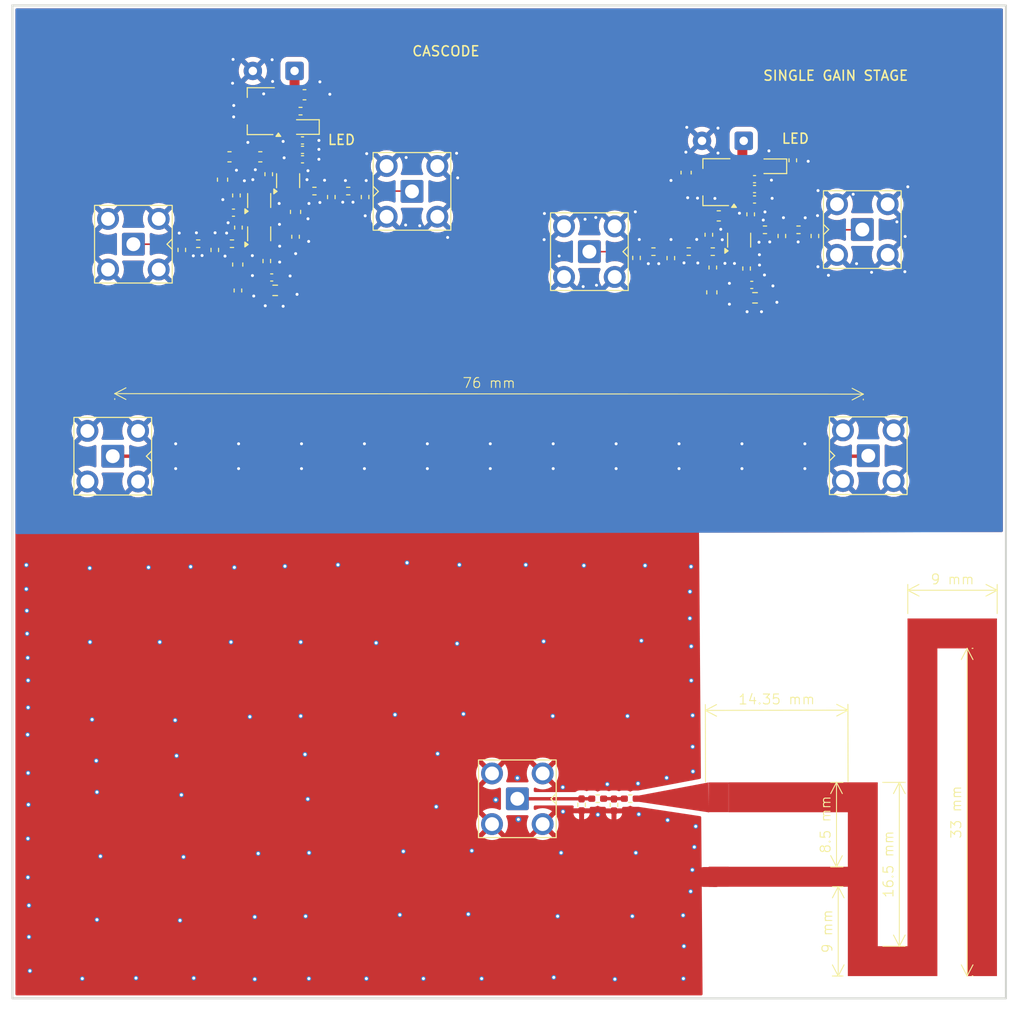
<source format=kicad_pcb>
(kicad_pcb (version 20240108) (generator "pcbnew") (generator_version "8.0")
  (layers (0 "F.Cu" signal) (1 "In1.Cu" signal) (2 "In2.Cu" signal) (31 "B.Cu" signal) (34 "B.Paste" user) (35 "F.Paste" user) (36 "B.SilkS" user "B.Silkscreen") (37 "F.SilkS" user "F.Silkscreen") (38 "B.Mask" user) (39 "F.Mask" user) (44 "Edge.Cuts" user))
  (net 0 "")
  (net 1 "+VDC")
  (net 2 "+5C")
  (net 3 "/cascode/casc_out")
  (net 4 "+BATT")
  (net 5 "GND")
  (net 6 "/cascode/casc_out_match")
  (net 7 "+5V")
  (net 8 "/lna/lna_in")
  (net 9 "Net-(D1-K)")
  (net 10 "/lna/lna_in_match")
  (net 11 "/lna/lna_in_base")
  (net 12 "Net-(C7-Pad1)")
  (net 13 "/lna/lna_out_emitter")
  (net 14 "/lna/lna_out_match")
  (net 15 "/lna/lna_out")
  (net 16 "/cascode/casc_in_match")
  (net 17 "/cascode/casc_in")
  (net 18 "/cascode/casc_in_base")
  (net 19 "Net-(U6-B)")
  (net 20 "Net-(C6-Pad1)")
  (net 21 "/cascode/casc_out_emitter")
  (net 22 "Net-(D2-K)")
  (net 23 "Net-(L6-Pad2)")
  (net 24 "Net-(L5-Pad2)")
  (net 25 "Net-(L9-Pad2)")
  (net 26 "Net-(L12-Pad2)")
  (net 27 "Net-(L25-Pad2)")
  (net 28 "Net-(L12-Pad1)")
  (net 29 "Net-(L27-Pad1)")
  (net 30 "Net-(U3-E)")
  (net 31 "Net-(U6-C)")
  (net 32 "Net-(U7-E)")
  (net 33 "Net-(U6-E)")
  (net 34 "Net-(J8-In)")
  (net 35 "Net-(J7-In)")
  (net 36 "Net-(U3-B)")
  (net 37 "Net-(Z15-Pad2)")
  (net 38 "Net-(AE1-A)")
  (footprint "Resistor_SMD:R_0402_1005Metric" (layer "F.Cu") (at 72.7 78.71 -90)
    (property "Reference" "R12" (hide yes))
    (property "Value" "1e3")
  )
  (footprint "Resistor_SMD:R_0402_1005Metric_Pad0.72x0.64mm_HandSolder" (layer "F.Cu") (at 82.1 69.3025 90)
    (property "Reference" "Z6" (hide yes))
    (property "Value" "15nH (DNP)")
  )
  (footprint "Inductor_SMD:L_0603_1608Metric" (layer "F.Cu") (at 120.4 78.9 -90)
    (property "Reference" "L27" (hide yes))
    (property "Value" "160nH")
  )
  (footprint "Resistor_SMD:R_0402_1005Metric" (layer "F.Cu") (at 120.5 76.4 -90)
    (property "Reference" "R5" (hide yes))
    (property "Value" "330")
  )
  (footprint "Resistor_SMD:R_0402_1005Metric_Pad0.72x0.64mm_HandSolder" (layer "F.Cu") (at 68.7 74)
    (property "Reference" "Z2" (hide yes))
    (property "Value" "1pF")
  )
  (footprint "Capacitor_SMD:C_0402_1005Metric" (layer "F.Cu") (at 79.2 65.5)
    (property "Reference" "C4" (hide yes))
    (property "Value" "100pF")
  )
  (footprint "antennas:iw_meandered_monopole" (layer "F.Cu") (at 120.1 129.75 -90)
    (property "Reference" "AE1" (hide yes))
    (property "Value" "inverted_F" (hide yes))
  )
  (footprint "Resistor_SMD:R_0402_1005Metric" (layer "F.Cu") (at 120.1 73.1 -90)
    (property "Reference" "R3" (hide yes))
    (property "Value" "1e3")
  )
  (footprint "Library:SMA_Amphenol_901-143_Vertical" (layer "F.Cu") (at 136.15 95.35)
    (property "Reference" "J7" (hide yes))
    (property "Value" "Conn_Coaxial_Small")
  )
  (footprint "Resistor_SMD:R_0603_1608Metric" (layer "F.Cu") (at 124.75 79.45)
    (property "Reference" "R4" (hide yes))
    (property "Value" "47")
  )
  (footprint "Resistor_SMD:R_0402_1005Metric" (layer "F.Cu") (at 124.3125 71.04 -90)
    (property "Reference" "R6" (hide yes))
    (property "Value" "200")
  )
  (footprint "Capacitor_SMD:C_0402_1005Metric" (layer "F.Cu") (at 124.7 68.5)
    (property "Reference" "C5" (hide yes))
    (property "Value" "100pF")
  )
  (footprint "Resistor_SMD:R_0402_1005Metric" (layer "F.Cu") (at 78.5 73.3 -90)
    (property "Reference" "R16" (hide yes))
    (property "Value" "200")
  )
  (footprint "Resistor_SMD:R_0603_1608Metric" (layer "F.Cu") (at 76.45 78.7)
    (property "Reference" "R15" (hide yes))
    (property "Value" "47")
  )
  (footprint "Resistor_SMD:R_0402_1005Metric_Pad0.72x0.64mm_HandSolder" (layer "F.Cu") (at 70.37 74.63 90)
    (property "Reference" "Z20" (hide yes))
    (property "Value" "20nH")
  )
  (footprint "Resistor_SMD:R_0402_1005Metric_Pad0.72x0.64mm_HandSolder" (layer "F.Cu") (at 107.29 130.51 90)
    (property "Reference" "Z17" (hide yes))
    (property "Value" "DNP")
  )
  (footprint "Capacitor_SMD:C_0603_1608Metric" (layer "F.Cu") (at 79.4 59)
    (property "Reference" "C11" (hide yes))
    (property "Value" "470nF")
  )
  (footprint "Library:BFP640" (layer "F.Cu") (at 123.3 73.69)
    (property "Reference" "U3" (hide yes))
    (property "Value" "BFP640")
  )
  (footprint "Connector_Wire:SolderWire-0.25sqmm_1x02_P4.2mm_D0.65mm_OD1.7mm" (layer "F.Cu") (at 123.6125 63.64 180)
    (property "Reference" "J1" (hide yes))
    (property "Value" "Conn_01x02_Pin")
  )
  (footprint "Inductor_SMD:L_0603_1608Metric" (layer "F.Cu") (at 74.95 65.25)
    (property "Reference" "L12" (hide yes))
    (property "Value" "160nH")
  )
  (footprint "Resistor_SMD:R_0402_1005Metric_Pad0.72x0.64mm_HandSolder" (layer "F.Cu") (at 120.4975 74.8)
    (property "Reference" "R8" (hide yes))
    (property "Value" "0")
  )
  (footprint "Library:SMA_Amphenol_901-143_Vertical" (layer "F.Cu") (at 60.1 95.4 180)
    (property "Reference" "J9" (hide yes))
    (property "Value" "Conn_Coaxial_Small")
  )
  (footprint "Resistor_SMD:R_0402_1005Metric" (layer "F.Cu") (at 72.55 69.14 -90)
    (property "Reference" "R10" (hide yes))
    (property "Value" "2.2e3")
  )
  (footprint "Resistor_SMD:R_0402_1005Metric_Pad0.72x0.64mm_HandSolder" (layer "F.Cu") (at 72.1 74 180)
    (property "Reference" "Z4" (hide yes))
    (property "Value" "3.6pF")
  )
  (footprint "Inductor_SMD:L_0603_1608Metric" (layer "F.Cu") (at 72.68 76.1 -90)
    (property "Reference" "L6" (hide yes))
    (property "Value" "160nH")
  )
  (footprint "Resistor_SMD:R_0402_1005Metric" (layer "F.Cu") (at 72.75 72.375 -90)
    (property "Reference" "R11" (hide yes))
    (property "Value" "1e3")
  )
  (footprint "Inductor_SMD:L_0603_1608Metric" (layer "F.Cu") (at 71.15 67.55 -90)
    (property "Reference" "L5" (hide yes))
    (property "Value" "160nH")
  )
  (footprint "Capacitor_SMD:C_0402_1005Metric" (layer "F.Cu") (at 124.7 67.5)
    (property "Reference" "C2" (hide yes))
    (property "Value" "100nF")
  )
  (footprint "Inductor_SMD:L_0603_1608Metric" (layer "F.Cu") (at 121.1 71.2 180)
    (property "Reference" "L25" (hide yes))
    (property "Value" "160nH")
  )
  (footprint "Capacitor_SMD:C_0402_1005Metric" (layer "F.Cu") (at 79.2 64.55)
    (property "Reference" "C14" (hide yes))
    (property "Value" "100pF")
  )
  (footprint "Resistor_SMD:R_0402_1005Metric" (layer "F.Cu") (at 79 60.65 180)
    (property "Reference" "R2" (hide yes))
    (property "Value" "1e3")
  )
  (footprint "Capacitor_SMD:C_0402_1005Metric" (layer "F.Cu") (at 124.42 78.15)
    (property "Reference" "C6" (hide yes))
    (property "Value" "100pF")
  )
  (footprint "Library:BFP640" (layer "F.Cu") (at 77.9 67.7)
    (property "Reference" "U8" (hide yes))
    (property "Value" "BFP640")
  )
  (footprint "Resistor_SMD:R_0402_1005Metric_Pad0.72x0.64mm_HandSolder" (layer "F.Cu") (at 112.82 75.43 90)
    (property "Reference" "Z13" (hide yes))
    (property "Value" "DNP")
  )
  (footprint "Inductor_SMD:L_0603_1608Metric" (layer "F.Cu") (at 78.5 70.8 -90)
    (property "Reference" "L9" (hide yes))
    (property "Value" "160nH")
  )
  (footprint "Resistor_SMD:R_0402_1005Metric_Pad0.72x0.64mm_HandSolder" (layer "F.Cu") (at 80.4 68.7 180)
    (property "Reference" "Z1" (hide yes))
    (property "Value" "3.6pF")
  )
  (footprint "Library:SMA_Amphenol_901-143_Vertical" (layer "F.Cu") (at 108.075 74.8 180)
    (property "Reference" "J2" (hide yes))
    (property "Value" "Conn_Coaxial_Small")
  )
  (footprint "Capacitor_SMD:C_0402_1005Metric" (layer "F.Cu") (at 79.2 63.6)
    (property "Reference" "C12" (hide yes))
    (property "Value" "100nF")
  )
  (footprint "Resistor_SMD:R_0402_1005Metric_Pad0.72x0.64mm_HandSolder" (layer "F.Cu") (at 67.05 74.625 -90)
    (property "Reference" "Z3" (hide yes))
    (property "Value" "DNP")
  )
  (footprint "Resistor_SMD:R_0402_1005Metric_Pad0.72x0.64mm_HandSolder" (layer "F.Cu") (at 118.075 74.795 180)
    (property "Reference" "Z16" (hide yes))
    (property "Value" "6.8pF (DNP)")
  )
  (footprint "LED_SMD:LED_0603_1608Metric" (layer "F.Cu") (at 126.45 66.2 180)
    (property "Reference" "D1" (hide yes))
    (property "Value" "LED_Small")
  )
  (footprint "Library:BFP640" (layer "F.Cu") (at 74.9875 69.7)
    (property "Reference" "U6" (hide yes))
    (property "Value" "BFP640")
  )
  (footprint "Capacitor_SMD:C_0603_1608Metric" (layer "F.Cu") (at 117.8125 66.84 -90)
    (property "Reference" "C1" (hide yes))
    (property "Value" "470nF")
  )
  (footprint "Resistor_SMD:R_0402_1005Metric_Pad0.72x0.64mm_HandSolder" (layer "F.Cu") (at 110.55 130.52 90)
    (property "Reference" "Z15" (hide yes))
    (property "Value" "20nH")
  )
  (footprint "Resistor_SMD:R_0402_1005Metric_Pad0.72x0.64mm_HandSolder" (layer "F.Cu") (at 116.275 75.45 90)
    (property "Reference" "Z14" (hide yes))
    (property "Value" "16nH (DNP)")
  )
  (footprint "Package_TO_SOT_SMD:SOT-89-3" (layer "F.Cu") (at 75 60.65 180)
    (property "Reference" "U5" (hide yes))
    (property "Value" "L78L05_SOT89")
  )
  (footprint "Inductor_SMD:L_0603_1608Metric" (layer "F.Cu") (at 71.85 65.25)
    (property "Reference" "L13" (hide yes))
    (property "Value" "160nH")
  )
  (footprint "Resistor_SMD:R_0402_1005Metric_Pad0.72x0.64mm_HandSolder" (layer "F.Cu") (at 112.19 129.89 180)
    (property "Reference" "Z18" (hide yes))
    (property "Value" "0")
  )
  (footprint "Resistor_SMD:R_0402_1005Metric_Pad0.72x0.64mm_HandSolder" (layer "F.Cu") (at 108.91 129.89 180)
    (property "Reference" "Z19" (hide yes))
    (property "Value" "3.6pF")
  )
  (footprint "Resistor_SMD:R_0402_1005Metric" (layer "F.Cu") (at 75.8 67 -90)
    (property "Reference" "R13" (hide yes))
    (property "Value" "200")
  )
  (footprint "Resistor_SMD:R_0402_1005Metric_Pad0.72x0.64mm_HandSolder" (layer "F.Cu") (at 123.9 76.5 90)
    (property "Reference" "R7" (hide yes))
    (property "Value" "0")
  )
  (footprint "Library:SMA_Amphenol_901-143_Vertical" (layer "F.Cu") (at 62.175 74.05 180)
    (property "Reference" "J5" (hide yes))
    (property "Value" "Conn_Coaxial_Small")
  )
  (footprint "Resistor_SMD:R_0402_1005Metric_Pad0.72x0.64mm_HandSolder" (layer "F.Cu") (at 114.5225 74.8 180)
    (property "Reference" "Z12" (hide yes))
    (property "Value" "1pF")
  )
  (footprint "Library:SMA_Amphenol_901-143_Vertical" (layer "F.Cu") (at 100.825 129.9 180)
    (property "Reference" "J8" (hide yes))
    (property "Value" "Conn_Coaxial_Small")
  )
  (footprint "Resistor_SMD:R_0402_1005Metric_Pad0.72x0.64mm_HandSolder" (layer "F.Cu") (at 129.125 72.6 180)
    (property "Reference" "Z9" (hide yes))
    (property "Value" "1pF")
  )
  (footprint "Package_TO_SOT_SMD:SOT-89-3" (layer "F.Cu") (at 120.8625 67.8025 180)
    (property "Reference" "U1" (hide yes))
    (property "Value" "L78L05_SOT89")
  )
  (footprint "Connector_Wire:SolderWire-0.25sqmm_1x02_P4.2mm_D0.65mm_OD1.7mm" (layer "F.Cu") (at 78.4 56.6 180)
    (property "Reference" "J4" (hide yes))
    (property "Value" "Conn_01x02_Pin")
  )
  (footprint "Library:SMA_Amphenol_901-143_Vertical" (layer "F.Cu") (at 135.55 72.575)
    (property "Reference" "J3" (hide yes))
    (property "Value" "Conn_Coaxial_Small")
  )
  (footprint "Resistor_SMD:R_0402_1005Metric_Pad0.72x0.64mm_HandSolder" (layer "F.Cu") (at 75.605427 75.746407 -90)
    (property "Reference" "R14" (hide yes))
    (property "Value" "0")
  )
  (footprint "Capacitor_SMD:C_0402_1005Metric" (layer "F.Cu") (at 72.25 70.875)
    (property "Reference" "C17" (hide yes))
    (property "Value" "100pF")
  )
  (footprint "Capacitor_SMD:C_0402_1005Metric" (layer "F.Cu") (at 76.1 77.4)
    (property "Reference" "C7" (hide yes))
    (property "Value" "100pF")
  )
  (footprint "Resistor_SMD:R_0402_1005Metric_Pad0.72x0.64mm_HandSolder" (layer "F.Cu") (at 130.775 73.225 90)
    (property "Reference" "Z11" (hide yes))
    (property "Value" "DNP")
  )
  (footprint "LED_SMD:LED_0603_1608Metric" (layer "F.Cu") (at 79.4 62.25 180)
    (property "Reference" "D2" (hide yes))
    (property "Value" "LED_Small")
  )
  (footprint "Capacitor_SMD:C_0402_1005Metric" (layer "F.Cu") (at 124.7 69.55)
    (property "Reference" "C3" (hide yes))
    (property "Value" "100pF")
  )
  (footprint "Resistor_SMD:R_0402_1005Metric_Pad0.72x0.64mm_HandSolder" (layer "F.Cu") (at 83.8 68.7 180)
    (property "Reference" "Z5" (hide yes))
    (property "Value" "3.6pF")
  )
  (footprint "Library:BFP640" (layer "F.Cu") (at 74.9875 73.05)
    (property "Reference" "U7" (hide yes))
    (property "Value" "BFP640")
  )
  (footprint "Library:SMA_Amphenol_901-143_Vertical" (layer "F.Cu") (at 90.22 68.73)
    (property "Reference" "J6" (hide yes))
    (property "Value" "Conn_Coaxial_Small")
  )
  (footprint "Resistor_SMD:R_0402_1005Metric_Pad0.72x0.64mm_HandSolder" (layer "F.Cu") (at 85.5 69.3 90)
    (property "Reference" "Z7" (hide yes))
    (property "Value" "DNP")
  )
  (footprint "Resistor_SMD:R_0402_1005Metric" (layer "F.Cu") (at 128.55 65.6 90)
    (property "Reference" "R1" (hide yes))
    (property "Value" "1e3")
  )
  (footprint "Resistor_SMD:R_0402_1005Metric_Pad0.72x0.64mm_HandSolder" (layer "F.Cu") (at 125.75 72.6 180)
    (property "Reference" "Z8" (hide yes))
    (property "Value" "1pF")
  )
  (footprint "Resistor_SMD:R_0402_1005Metric_Pad0.72x0.64mm_HandSolder" (layer "F.Cu") (at 127.45 73.225 90)
    (property "Reference" "Z10" (hide yes))
    (property "Value" "24nH (DNP)")
  )
  (gr_poly (pts (xy 120.075 128.25) (xy 120.125 131.275) (xy 113.02 130.2) (xy 113.02 129.58)) (fill solid) (layer "F.Cu") (net 38))
  (gr_rect (start 50 50) (end 150 150) (stroke (width 0.2)) (fill none) (layer "Edge.Cuts"))
  (gr_text "CASCODE" (at 90.15 55.2 0) (layer "F.SilkS") (effects (font (size 1 1) (thickness 0.16)) (justify left bottom)))
  (gr_text "LED\n" (at 81.6625 64.125 0) (layer "F.SilkS") (effects (font (size 1 1) (thickness 0.16)) (justify left bottom)))
  (gr_text "LED\n" (at 127.35 64 0) (layer "F.SilkS") (effects (font (size 1 1) (thickness 0.16)) (justify left bottom)))
  (gr_text "SINGLE GAIN STAGE" (at 125.48 57.66 0) (layer "F.SilkS") (effects (font (size 1 1) (thickness 0.16)) (justify left bottom)))
  (dimension (type aligned) (layer "F.SilkS") (pts (xy 146.1 114.75) (xy 146.1 147.75)) (height 0) (gr_text "33 mm" (at 145 131.25 90) (layer "F.SilkS") (effects (font (size 1 1) (thickness 0.1)))) (format (prefix "") (suffix "") (units 3) (units_format 1) (precision 4) (override_value "33")) (style (thickness 0.1) (arrow_length 1.27) (text_position_mode 0) (extension_height 0.58642) (extension_offset 0.5) keep_text_aligned))
  (dimension (type aligned) (layer "F.SilkS") (pts (xy 134.1 128.25) (xy 134.1 136.75)) (height 1.149999) (gr_text "8.5 mm" (at 131.850001 132.5 90) (layer "F.SilkS") (effects (font (size 1 1) (thickness 0.1)))) (format (prefix "") (suffix "") (units 3) (units_format 1) (precision 4) (override_value "8.5")) (style (thickness 0.1) (arrow_length 1.27) (text_position_mode 0) (extension_height 0.58642) (extension_offset 0.5) keep_text_aligned))
  (dimension (type aligned) (layer "F.SilkS") (pts (xy 119.763442 128.715524) (xy 134.113442 128.690524)) (height -7.715536) (gr_text "14.35 mm" (at 126.923084 119.887502 0.09981833022) (layer "F.SilkS") (effects (font (size 1 1) (thickness 0.1)))) (format (prefix "") (suffix "") (units 3) (units_format 1) (precision 4) (override_value "14.35")) (style (thickness 0.1) (arrow_length 1.27) (text_position_mode 0) (extension_height 0.58642) (extension_offset 0.5) keep_text_aligned))
  (dimension (type aligned) (layer "F.SilkS") (pts (xy 137.1 128.25) (xy 137.1 144.75)) (height -2.175) (gr_text "16.5 mm" (at 138.175 136.5 90) (layer "F.SilkS") (effects (font (size 1 1) (thickness 0.1)))) (format (prefix "") (suffix "") (units 3) (units_format 1) (precision 4) (override_value "16.5")) (style (thickness 0.1) (arrow_length 1.27) (text_position_mode 0) (extension_height 0.58642) (extension_offset 0.5) keep_text_aligned))
  (dimension (type aligned) (layer "F.SilkS") (pts (xy 140.125 111.75) (xy 149.125 111.75)) (height -2.85) (gr_text "9 mm" (at 144.625 107.8 0) (layer "F.SilkS") (effects (font (size 1 1) (thickness 0.1)))) (format (prefix "") (suffix "") (units 3) (units_format 1) (precision 4) (override_value "9")) (style (thickness 0.1) (arrow_length 1.27) (text_position_mode 0) (extension_height 0.58642) (extension_offset 0.5) keep_text_aligned))
  (dimension (type aligned) (layer "F.SilkS") (pts (xy 135.65 89.15) (xy 60.3 89.1)) (height 0) (gr_text "76 mm" (at 97.97573 88.025 -0.03801975521) (layer "F.SilkS") (effects (font (size 1 1) (thickness 0.1)))) (format (prefix "") (suffix "") (units 3) (units_format 1) (precision 4) (override_value "76")) (style (thickness 0.1) (arrow_length 1.27) (text_position_mode 0) (extension_height 0.58642) (extension_offset 0.5) keep_text_aligned))
  (dimension (type aligned) (layer "F.SilkS") (pts (xy 134.1 138.75) (xy 134.1 147.75)) (height 0.975) (gr_text "9 mm" (at 132.025 143.25 90) (layer "F.SilkS") (effects (font (size 1 1) (thickness 0.1)))) (format (prefix "") (suffix "") (units 3) (units_format 1) (precision 4) (override_value "9")) (style (thickness 0.1) (arrow_length 1.27) (text_position_mode 0) (extension_height 0.58642) (extension_offset 0.5) keep_text_aligned))
  (segment (start 117.8125 66.065) (end 122.575 66.065) (width 0.5) (layer "F.Cu") (net 1))
  (segment (start 122.8125 66.3025) (end 123.475 65.64) (width 1) (layer "F.Cu") (net 1))
  (segment (start 122.575 66.065) (end 122.8125 66.3025) (width 0.5) (layer "F.Cu") (net 1))
  (segment (start 123.475 63.7775) (end 123.6125 63.64) (width 1) (layer "F.Cu") (net 1))
  (segment (start 123.475 65.64) (end 123.475 63.7775) (width 1) (layer "F.Cu") (net 1))
  (segment (start 122.8125 69.3025) (end 123.8025 69.3025) (width 1) (layer "F.Cu") (net 2))
  (segment (start 121.8875 71.2) (end 121.8875 70.2275) (width 0.5) (layer "F.Cu") (net 2))
  (segment (start 124.3125 67.5925) (end 124.22 67.5) (width 0.1565) (layer "F.Cu") (net 2))
  (segment (start 124.22 68.65) (end 124.22 66.78) (width 0.5) (layer "F.Cu") (net 2))
  (segment (start 123.8025 69.3025) (end 124.1 69.6) (width 1) (layer "F.Cu") (net 2))
  (segment (start 124.8 66.2) (end 125.6625 66.2) (width 0.5) (layer "F.Cu") (net 2))
  (segment (start 121.8875 70.2275) (end 122.8125 69.3025) (width 0.5) (layer "F.Cu") (net 2))
  (segment (start 124.22 70.4375) (end 124.3125 70.53) (width 0.3424) (layer "F.Cu") (net 2))
  (segment (start 123.05 69.54) (end 122.8125 69.3025) (width 0.3424) (layer "F.Cu") (net 2))
  (segment (start 124.22 66.78) (end 124.8 66.2) (width 0.5) (layer "F.Cu") (net 2))
  (segment (start 124.3125 70.53) (end 124.3125 67.5925) (width 0.1565) (layer "F.Cu") (net 2))
  (segment (start 84.3975 68.7) (end 90.19 68.7) (width 0.1565) (layer "F.Cu") (net 3))
  (segment (start 84.496806 68.73) (end 84.466806 68.7) (width 0.3424) (layer "F.Cu") (net 3))
  (segment (start 85.7025 68.7025) (end 85.73 68.73) (width 0.3424) (layer "F.Cu") (net 3))
  (segment (start 85.5 68.7025) (end 85.7025 68.7025) (width 0.3424) (layer "F.Cu") (net 3))
  (segment (start 90.19 68.7) (end 90.22 68.73) (width 0.1565) (layer "F.Cu") (net 3))
  (segment (start 84.466806 68.7) (end 84.3975 68.7) (width 0.3424) (layer "F.Cu") (net 3))
  (segment (start 85.4975 68.7) (end 85.5 68.7025) (width 0.3424) (layer "F.Cu") (net 3))
  (segment (start 78.4 56.6) (end 78.4 58.775) (width 1) (layer "F.Cu") (net 4))
  (segment (start 78.625 59) (end 77.1 59) (width 1) (layer "F.Cu") (net 4))
  (segment (start 120.725 137.775) (end 120.7257 137.7757) (width 2) (layer "F.Cu") (net 5))
  (segment (start 120.7257 137.7757) (end 120.7257 137.775) (width 2) (layer "F.Cu") (net 5))
  (segment (start 119.625 137.775) (end 120.725 137.775) (width 2) (layer "F.Cu") (net 5))
  (via (at 72.27 61.23) (size 0.5) (drill 0.3) (layers "F.Cu" "B.Cu") (net 5))
  (via (at 71.56 72.93) (size 0.5) (drill 0.3) (layers "F.Cu" "B.Cu") (net 5))
  (via (at 51.45 110.96) (size 0.5) (drill 0.3) (layers "F.Cu" "B.Cu") (net 5))
  (via (at 117.54 148.01) (size 0.5) (drill 0.3) (layers "F.Cu" "B.Cu") (net 5))
  (via (at 79.75 66.65) (size 0.5) (drill 0.3) (layers "F.Cu" "B.Cu") (net 5))
  (via (at 57.78 106.67) (size 0.5) (drill 0.3) (layers "F.Cu" "B.Cu") (net 5))
  (via (at 116.29 67.63) (size 0.5) (drill 0.3) (layers "F.Cu" "B.Cu") (net 5))
  (via (at 74.2 67.55) (size 0.5) (drill 0.3) (layers "F.Cu" "B.Cu") (net 5))
  (via (at 115.95 132.05) (size 0.5) (drill 0.3) (layers "F.Cu" "B.Cu") (net 5))
  (via (at 81.95 58.95) (size 0.5) (drill 0.3) (layers "F.Cu" "B.Cu") (net 5))
  (via (at 66.38 121.99) (size 0.5) (drill 0.3) (layers "F.Cu" "B.Cu") (net 5))
  (via (at 72.766666 96.65) (size 0.5) (drill 0.3) (layers "F.Cu" "B.Cu") (net 5))
  (via (at 75.45 80.25) (size 0.5) (drill 0.3) (layers "F.Cu" "B.Cu") (net 5))
  (via (at 77.95 77.25) (size 0.5) (drill 0.3) (layers "F.Cu" "B.Cu") (net 5))
  (via (at 117.1 94.15) (size 0.5) (drill 0.3) (layers "F.Cu" "B.Cu") (net 5))
  (via (at 118.64 134.76) (size 0.5) (drill 0.3) (layers "F.Cu" "B.Cu") (net 5))
  (via (at 79.75 71.49) (size 0.5) (drill 0.3) (layers "F.Cu" "B.Cu") (net 5))
  (via (at 118.19 111.73) (size 0.5) (drill 0.3) (layers "F.Cu" "B.Cu") (net 5))
  (via (at 117.79 64.78) (size 0.5) (drill 0.3) (layers "F.Cu" "B.Cu") (net 5))
  (via (at 76.9 75.85) (size 0.5) (drill 0.3) (layers "F.Cu" "B.Cu") (net 5))
  (via (at 104.433333 96.65) (size 0.5) (drill 0.3) (layers "F.Cu" "B.Cu") (net 5))
  (via (at 73.7 63.8) (size 0.5) (drill 0.3) (layers "F.Cu" "B.Cu") (net 5))
  (via (at 92.66 130.7) (size 0.5) (drill 0.3) (layers "F.Cu" "B.Cu") (net 5))
  (via (at 51.58 127.3) (size 0.5) (drill 0.3) (layers "F.Cu" "B.Cu") (net 5))
  (via (at 112.4 141.73) (size 0.5) (drill 0.3) (layers "F.Cu" "B.Cu") (net 5))
  (via (at 80.95 69.85) (size 0.5) (drill 0.3) (layers "F.Cu" "B.Cu") (net 5))
  (via (at 117.51 141.64) (size 0.5) (drill 0.3) (layers "F.Cu" "B.Cu") (net 5))
  (via (at 93.81 73.37) (size 0.5) (drill 0.3) (layers "F.Cu" "B.Cu") (net 5))
  (via (at 83.25 69.82) (size 0.5) (drill 0.3) (layers "F.Cu" "B.Cu") (net 5))
  (via (at 118.99 75.94) (size 0.5) (drill 0.3) (layers "F.Cu" "B.Cu") (net 5))
  (via (at 100.83 127.81) (size 0.6) (drill 0.3) (layers "F.Cu" "B.Cu") (net 5))
  (via (at 79.02 121.57) (size 0.5) (drill 0.3) (layers "F.Cu" "B.Cu") (net 5))
  (via (at 76.88 72.05) (size 0.5) (drill 0.3) (layers "F.Cu" "B.Cu") (net 5))
  (via (at 121.72 75.98) (size 0.5) (drill 0.3) (layers "F.Cu" "B.Cu") (net 5))
  (via (at 91.37 148.01) (size 0.5) (drill 0.3) (layers "F.Cu" "B.Cu") (net 5))
  (via (at 113.31 113.98) (size 0.5) (drill 0.3) (layers "F.Cu" "B.Cu") (net 5))
  (via (at 79.65 67.55) (size 0.5) (drill 0.3) (layers "F.Cu" "B.Cu") (net 5))
  (via (at 73.35 67.66) (size 0.5) (drill 0.3) (layers "F.Cu" "B.Cu") (net 5))
  (via (at 79.84 148.01) (size 0.5) (drill 0.3) (layers "F.Cu" "B.Cu") (net 5))
  (via (at 126.4 67.6) (size 0.5) (drill 0.3) (layers "F.Cu" "B.Cu") (net 5))
  (via (at 80.85 64.5) (size 0.5) (drill 0.3) (layers "F.Cu" "B.Cu") (net 5))
  (via (at 118.44 137.06) (size 0.5) (drill 0.3) (layers "F.Cu" "B.Cu") (net 5))
  (via (at 51.66 143.81) (size 0.5) (drill 0.3) (layers "F.Cu" "B.Cu") (net 5))
  (via (at 71.71 71.89) (size 0.5) (drill 0.3) (layers "F.Cu" "B.Cu") (net 5))
  (via (at 76.9 74.25) (size 0.5) (drill 0.3) (layers "F.Cu" "B.Cu") (net 5))
  (via (at 104.49 147.89) (size 0.5) (drill 0.3) (layers "F.Cu" "B.Cu") (net 5))
  (via (at 103.47 114.05) (size 0.5) (drill 0.3) (layers "F.Cu" "B.Cu") (net 5))
  (via (at 97.23 148.01) (size 0.5) (drill 0.3) (layers "F.Cu" "B.Cu") (net 5))
  (via (at 108.72 71.36) (size 0.5) (drill 0.3) (layers "F.Cu" "B.Cu") (net 5))
  (via (at 125.4 80.85) (size 0.5) (drill 0.3) (layers "F.Cu" "B.Cu") (net 5))
  (via (at 129.09 73.82) (size 0.5) (drill 0.3) (layers "F.Cu" "B.Cu") (net 5))
  (via (at 125.7 77.15) (size 0.5) (drill 0.3) (layers "F.Cu" "B.Cu") (net 5))
  (via (at 72.28 60.08) (size 0.5) (drill 0.3) (layers "F.Cu" "B.Cu") (net 5))
  (via (at 74.39 141.8) (size 0.5) (drill 0.3) (layers "F.Cu" "B.Cu") (net 5))
  (via (at 94.82 67.37) (size 0.5) (drill 0.3) (layers "F.Cu" "B.Cu") (net 5))
  (via (at 117.6 75.93) (size 0.5) (drill 0.3) (layers "F.Cu" "B.Cu") (net 5))
  (via (at 89 141.59) (size 0.5) (drill 0.3) (layers "F.Cu" "B.Cu") (net 5))
  (via (at 121.3 72.55) (size 0.5) (drill 0.3) (layers "F.Cu" "B.Cu") (net 5))
  (via (at 71.18 69.56) (size 0.5) (drill 0.3) (layers "F.Cu" "B.Cu") (net 5))
  (via (at 139.83 76.82) (size 0.5) (drill 0.3) (layers "F.Cu" "B.Cu") (net 5))
  (via (at 51.48 113.27) (size 0.5) (drill 0.3) (layers "F.Cu" "B.Cu") (net 5))
  (via (at 71.4 75.25) (size 0.5) (drill 0.3) (layers "F.Cu" "B.Cu") (net 5))
  (via (at 79.85 69.95) (size 0.5) (drill 0.3) (layers "F.Cu" "B.Cu") (net 5))
  (via (at 96.24 135.13) (size 0.5) (drill 0.3) (layers "F.Cu" "B.Cu") (net 5))
  (via (at 131.08 76.32) (size 0.5) (drill 0.3) (layers "F.Cu" "B.Cu") (net 5))
  (via (at 122.68 75.99) (size 0.5) (drill 0.3) (layers "F.Cu" "B.Cu") (net 5))
  (via (at 66.52 125.57) (size 0.5) (drill 0.3) (layers "F.Cu" "B.Cu") (net 5))
  (via (at 131.04 71.17) (size 0.5) (drill 0.3) (layers "F.Cu" "B.Cu") (net 5))
  (via (at 98.1 96.65) (size 0.5) (drill 0.3) (layers "F.Cu" "B.Cu") (net 5))
  (via (at 118.33 114.55) (size 0.5) (drill 0.3) (layers "F.Cu" "B.Cu") (net 5))
  (via (at 118.96 69.41) (size 0.5) (drill 0.3) (layers "F.Cu" "B.Cu") (net 5))
  (via (at 123.18 70.93) (size 0.5) (drill 0.3) (layers "F.Cu" "B.Cu") (net 5))
  (via (at 139.03 71.8) (size 0.5) (drill 0.3) (layers "F.Cu" "B.Cu") (net 5))
  (via (at 74.39 148.07) (size 0.5) (drill 0.3) (layers "F.Cu" "B.Cu") (net 5))
  (via (at 88.51 121.43) (size 0.5) (drill 0.3) (layers "F.Cu" "B.Cu") (net 5))
  (via (at 76.85 69.95) (size 0.5) (drill 0.3) (layers "F.Cu" "B.Cu") (net 5))
  (via (at 112.7 70.79) (size 0.5) (drill 0.3) (layers "F.Cu" "B.Cu") (net 5))
  (via (at 77.25 63.7) (size 0.5) (drill 0.3) (layers "F.Cu" "B.Cu") (net 5))
  (via (at 79.51 141.73) (size 0.5) (drill 0.3) (layers "F.Cu" "B.Cu") (net 5))
  (via (at 136.48 76.88) (size 0.5) (drill 0.3) (layers "F.Cu" "B.Cu") (net 5))
  (via (at 76.14 55.47) (size 0.5) (drill 0.3) (layers "F.Cu" "B.Cu") (net 5))
  (via (at 118.47 121.5) (size 0.5) (drill 0.3) (layers "F.Cu" "B.Cu") (net 5))
  (via (at 70.4 72.9) (size 0.5) (drill 0.3) (layers "F.Cu" "B.Cu") (net 5))
  (via (at 66.433333 96.65) (size 0.5) (drill 0.3) (layers "F.Cu" "B.Cu") (net 5))
  (via (at 85.433333 96.65) (size 0.5) (drill 0.3) (layers "F.Cu" "B.Cu") (net 5))
  (via (at 89.35 135.2) (size 0.5) (drill 0.3) (layers "F.Cu" "B.Cu") (net 5))
  (via (at 129.766666 96.65) (size 0.5) (drill 0.3) (layers "F.Cu" "B.Cu") (net 5))
  (via (at 58.51 142.08) (size 0.5) (drill 0.3) (layers "F.Cu" "B.Cu") (net 5))
  (via (at 116.29 73.58) (size 0.5) (drill 0.3) (layers "F.Cu" "B.Cu") (net 5))
  (via (at 100.93 131.98) (size 0.6) (drill 0.3) (layers "F.Cu" "B.Cu") (net 5))
  (via (at 125.2 76.15) (size 0.5) (drill 0.3) (layers "F.Cu" "B.Cu") (net 5))
  (via (at 69.09 75.19) (size 0.5) (drill 0.3) (layers "F.Cu" "B.Cu") (net 5))
  (via (at 72.55 66.6) (size 0.5) (drill 0.3) (layers "F.Cu" "B.Cu") (net 5))
  (via (at 109.88 128.43) (size 0.5) (drill 0.3) (layers "F.Cu" "B.Cu") (net 5))
  (via (at 89.63 65.32) (size 0.5) (drill 0.3) (layers "F.Cu" "B.Cu") (net 5))
  (via (at 122.17 77.99) (size 0.5) (drill 0.3) (layers "F.Cu" "B.Cu") (net 5))
  (via (at 140.13 68.27) (size 0.5) (drill 0.3) (layers "F.Cu" "B.Cu") (net 5))
  (via (at 132.14 77.18) (size 0.5) (drill 0.3) (layers "F.Cu" "B.Cu") (net 5))
  (via (at 80.85 65.5) (size 0.5) (drill 0.3) (layers "F.Cu" "B.Cu") (net 5))
  (via (at 78.65 79.1) (size 0.5) (drill 0.3) (layers "F.Cu" "B.Cu") (net 5))
  (via (at 110.766666 94.15) (size 0.5) (drill 0.3) (layers "F.Cu" "B.Cu") (net 5))
  (via (at 51.56 137.81) (size 0.5) (drill 0.3) (layers "F.Cu" "B.Cu") (net 5))
  (via (at 67.01 129.51) (size 0.5) (drill 0.3) (layers "F.Cu" "B.Cu") (net 5))
  (via (at 103.52 73.59) (size 0.5) (drill 0.3) (layers "F.Cu" "B.Cu") (net 5))
  (via (at 94.76 114.27) (size 0.5) (drill 0.3) (layers "F.Cu" "B.Cu") (net 5))
  (via (at 51.54 115.7) (size 0.5) (drill 0.3) (layers "F.Cu" "B.Cu") (net 5))
  (via (at 108.93 131.5) (size 0.5) (drill 0.3) (layers "F.Cu" "B.Cu") (net 5))
  (via (at 85.63 148.01) (size 0.5) (drill 0.3) (layers "F.Cu" "B.Cu") (net 5))
  (via (at 105.42 131.19) (size 0.5) (drill 0.3) (layers "F.Cu" "B.Cu") (net 5))
  (via (at 63.7 106.6) (size 0.5) (drill 0.3) (layers "F.Cu" "B.Cu") (net 5))
  (via (at 126.47 69.43) (size 0.5) (drill 0.3) (layers "F.Cu" "B.Cu") (net 5))
  (via (at 72.766666 94.15) (size 0.5) (drill 0.3) (layers "F.Cu" "B.Cu") (net 5))
  (via (at 94.99 106.34) (size 0.5) (drill 0.3) (layers "F.Cu" "B.Cu") (net 5))
  (via (at 118.2 109.04) (size 0.5) (drill 0.3) (layers "F.Cu" "B.Cu") (net 5))
  (via (at 114.01 76.01) (size 0.5) (drill 0.3) (layers "F.Cu" "B.Cu") (net 5))
  (via (at 89.72 106.13) (size 0.5) (drill 0.3) (layers "F.Cu" "B.Cu") (net 5))
  (via (at 126.15 64.65) (size 0.5) (drill 0.3) (layers "F.Cu" "B.Cu") (net 5))
  (via (at 98.1 94.15) (size 0.5) (drill 0.3) (layers "F.Cu" "B.Cu") (net 5))
  (via (at 125.58 71.62) (size 0.5) (drill 0.3) (layers "F.Cu" "B.Cu") (net 5))
  (via (at 51.4 106.36) (size 0.5) (drill 0.3) (layers "F.Cu" "B.Cu") (net 5))
  (via (at 94.71 64.89) (size 0.5) (drill 0.3) (layers "F.Cu" "B.Cu") (net 5))
  (via (at 118.88 73.57) (size 0.5) (drill 0.3) (layers "F.Cu" "B.Cu") (net 5))
  (via (at 107.64 71.54) (size 0.5) (drill 0.3) (layers "F.Cu" "B.Cu") (net 5))
  (via (at 113.68 106.41) (size 0.5) (drill 0.3) (layers "F.Cu" "B.Cu") (net 5))
  (via (at 108.79 78.18) (size 0.5) (drill 0.3) (layers "F.Cu" "B.Cu") (net 5))
  (via (at 77.43 106.48) (size 0.5) (drill 0.3) (layers "F.Cu" "B.Cu") (net 5))
  (via (at 79.1 96.65) (size 0.5) (drill 0.3) (layers "F.Cu" "B.Cu") (net 5))
  (via (at 51.76 147.23) (size 0.5) (drill 0.3) (layers "F.Cu" "B.Cu") (net 5))
  (via (at 58.44 126.07) (size 0.5) (drill 0.3) (layers "F.Cu" "B.Cu") (net 5))
  (via (at 89.58 72.12) (size 0.5) (drill 0.3) (layers "F.Cu" "B.Cu") (net 5))
  (via (at 51.58 120.71) (size 0.5) (drill 0.3) (layers "F.Cu" "B.Cu") (net 5))
  (via (at 118.78 132.68) (size 0.5) (drill 0.3) (layers "F.Cu" "B.Cu") (net 5))
  (via (at 107.45 78.32) (size 0.5) (drill 0.3) (layers "F.Cu" "B.Cu") (net 5))
  (via (at 66.87 142.15) (size 0.5) (drill 0.3) (layers "F.Cu" "B.Cu") (net 5))
  (via (at 76.19 57.66) (size 0.5) (drill 0.3) (layers "F.Cu" "B.Cu") (net 5))
  (via (at 117.1 96.65) (size 0.5) (drill 0.3) (layers "F.Cu" "B.Cu") (net 5))
  (via (at 115.85 127.79) (size 0.5) (drill 0.3) (layers "F.Cu" "B.Cu") (net 5))
  (via (at 95.4 121.36) (size 0.5) (drill 0.3) (layers "F.Cu" "B.Cu") (net 5))
  (via (at 104.433333 94.15) (size 0.5) (drill 0.3) (layers "F.Cu" "B.Cu") (net 5))
  (via (at 83.52 67.64) (size 0.5) (drill 0.3) (layers "F.Cu" "B.Cu") (net 5))
  (via (at 121.02 62.36) (size 0.5) (drill 0.3) (layers "F.Cu" "B.Cu") (net 5))
  (via (at 115.06 76.01) (size 0.5) (drill 0.3) (layers "F.Cu" "B.Cu") (net 5))
  (via (at 80.85 63.6) (size 0.5) (drill 0.3) (layers "F.Cu" "B.Cu") (net 5))
  (via (at 91 72.19) (size 0.5) (drill 0.3) (layers "F.Cu" "B.Cu") (net 5))
  (via (at 113.05 131.46) (size 0.5) (drill 0.3) (layers "F.Cu" "B.Cu") (net 5))
  (via (at 72.34 106.6) (size 0.5) (drill 0.3) (layers "F.Cu" "B.Cu") (net 5))
  (via (at 85.433333 94.15) (size 0.5) (drill 0.3) (layers "F.Cu" "B.Cu") (net 5))
  (via (at 123.433333 94.15) (size 0.5) (drill 0.3) (layers "F.Cu" "B.Cu") (net 5))
  (via (at 117.97 69.37) (size 0.5) (drill 0.3) (layers "F.Cu" "B.Cu") (net 5))
  (via (at 81.42 67.61) (size 0.5) (drill 0.3) (layers "F.Cu" "B.Cu") (net 5))
  (via (at 105.03 75.24) (size 0.5) (drill 0.3) (layers "F.Cu" "B.Cu") (net 5))
  (via (at 91.766666 96.65) (size 0.5) (drill 0.3) (layers "F.Cu" "B.Cu") (net 5))
  (via (at 79.82 73.77) (size 0.5) (drill 0.3) (layers "F.Cu" "B.Cu") (net 5))
  (via (at 134.97 76.01) (size 0.5) (drill 0.3) (layers "F.Cu" "B.Cu") (net 5))
  (via (at 79.86 135.34) (size 0.5) (drill 0.3) (layers "F.Cu" "B.Cu") (net 5))
  (via (at 111.91 121.57) (size 0.5) (drill 0.3) (layers "F.Cu" "B.Cu") (net 5))
  (via (at 80.95 57.7) (size 0.5) (drill 0.3) (layers "F.Cu" "B.Cu") (net 5))
  (via (at 118.47 124.66) (size 0.5) (drill 0.3) (layers "F.Cu" "B.Cu") (net 5))
  (via (at 101.67 106.34) (size 0.5) (drill 0.3) (layers "F.Cu" "B.Cu") (net 5))
  (via (at 72.16 57.84) (size 0.5) (drill 0.3) (layers "F.Cu" "B.Cu") (net 5))
  (via (at 104.88 141.73) (size 0.5) (drill 0.3) (layers "F.Cu" "B.Cu") (net 5))
  (via (at 68.25 147.96) (size 0.5) (drill 0.3) (layers "F.Cu" "B.Cu") (net 5))
  (via (at 105.23 135.34) (size 0.5) (drill 0.3) (layers "F.Cu" "B.Cu") (net 5))
  (via (at 112.97 128.36) (size 0.5) (drill 0.3) (layers "F.Cu" "B.Cu") (net 5))
  (via (at 58.86 135.69) (size 0.5) (drill 0.3) (layers "F.Cu" "B.Cu") (net 5))
  (via (at 121.02 64.87) (size 0.5) (drill 0.3) (layers "F.Cu" "B.Cu") (net 5))
  (via (at 85.51 71.19) (size 0.5) (drill 0.3) (layers "F.Cu" "B.Cu") (net 5))
  (via (at 74.74 135.41) (size 0.5) (drill 0.3) (layers "F.Cu" "B.Cu") (net 5))
  (via (at 74.29 79.27) (size 0.5) (drill 0.3) (layers "F.Cu" "B.Cu") (net 5))
  (via (at 126.95 79.9) (size 0.5) (drill 0.3) (layers "F.Cu" "B.Cu") (net 5))
  (via (at 67.22 135.76) (size 0.5) (drill 0.3) (layers "F.Cu" "B.Cu") (net 5))
  (via (at 62.44 147.96) (size 0.5) (drill 0.3) (layers "F.Cu" "B.Cu") (net 5))
  (via (at 51.4 108.78) (size 0.5) (drill 0.3) (layers "F.Cu" "B.Cu") (net 5))
  (via (at 134.63 69.02) (size 0.5) (drill 0.3) (layers "F.Cu" "B.Cu") (net 5))
  (via (at 125.15 73.85) (size 0.5) (drill 0.3) (layers "F.Cu" "B.Cu") (net 5))
  (via (at 51.58 117.98) (size 0.5) (drill 0.3) (layers "F.Cu" "B.Cu") (net 5))
  (via (at 66.433333 94.15) (size 0.5) (drill 0.3) (layers "F.Cu" "B.Cu") (net 5))
  (via (at 77.25 80.3) (size 0.5) (drill 0.3) (layers "F.Cu" "B.Cu") (net 5))
  (via (at 85.66 64.93) (size 0.5) (drill 0.3) (layers "F.Cu" "B.Cu") (net 5))
  (via (at 67.94 106.53) (size 0.5) (drill 0.3) (layers "F.Cu" "B.Cu") (net 5))
  (via (at 51.61 130.49) (size 0.5) (drill 0.3) (layers "F.Cu" "B.Cu") (net 5))
  (via (at 79.1 94.15) (size 0.5) (drill 0.3) (layers "F.Cu" "B.Cu") (net 5))
  (via (at 72 114.12) (size 0.5) (drill 0.3) (layers "F.Cu" "B.Cu") (net 5))
  (via (at 57.03 148.01) (size 0.5) (drill 0.3) (layers "F.Cu" "B.Cu") (net 5))
  (via (at 51.66 140.64) (size 0.5) (drill 0.3) (layers "F.Cu" "B.Cu") (net 5))
  (via (at 129.8 71.39) (size 0.5) (drill 0.3) (layers "F.Cu" "B.Cu") (net 5))
  (via (at 110.64 148.07) (size 0.5) (drill 0.3) (layers "F.Cu" "B.Cu") (net 5))
  (via (at 85.61 67.64) (size 0.5) (drill 0.3) (layers "F.Cu" "B.Cu") (net 5))
  (via (at 86.61 114.2) (size 0.5) (drill 0.3) (layers "F.Cu" "B.Cu") (net 5))
  (via (at 74.45 66.55) (size 0.5) (drill 0.3) (layers "F.Cu" "B.Cu") (net 5))
  (via (at 91.766666 94.15) (size 0.5) (drill 0.3) (layers "F.Cu" "B.Cu") (net 5))
  (via (at 74.15 75.2) (size 0.5) (drill 0.3) (layers "F.Cu" "B.Cu") (net 5))
  (via (at 125.75 70.8) (size 0.5) (drill 0.3) (layers "F.Cu" "B.Cu") (net 5))
  (via (at 51.53 123.44) (size 0.5) (drill 0.3) (layers "F.Cu" "B.Cu") (net 5))
  (via (at 123.433333 96.65) (size 0.5) (drill 0.3) (layers "F.Cu" "B.Cu") (net 5))
  (via (at 79.73 129.93) (size 0.5) (drill 0.3) (layers "F.Cu" "B.Cu") (net 5))
  (via (at 72.21 55.44) (size 0.5) (drill 0.3) (layers "F.Cu" "B.Cu") (net 5))
  (via (at 64.83 114.12) (size 0.5) (drill 0.3) (layers "F.Cu" "B.Cu") (net 5))
  (via (at 123.95 80.85) (size 0.5) (drill 0.3) (layers "F.Cu" "B.Cu") (net 5))
  (via (at 112.75 135.34) (size 0.5) (drill 0.3) (layers "F.Cu" "B.Cu") (net 5))
  (via (at 58.02 121.92) (size 0.5) (drill 0.3) (layers "F.Cu" "B.Cu") (net 5))
  (via (at 95.89 141.52) (size 0.5) (drill 0.3) (layers "F.Cu" "B.Cu") (net 5))
  (via (at 78.51 75) (size 0.5) (drill 0.3) (layers "F.Cu" "B.Cu") (net 5))
  (via (at 84.28 69.82) (size 0.5) (drill 0.3) (layers "F.Cu" "B.Cu") (net 5))
  (via (at 82.77 106.34) (size 0.5) (drill 0.3) (layers "F.Cu" "B.Cu") (net 5))
  (via (at 73.9 121.64) (size 0.5) (drill 0.3) (layers "F.Cu" "B.Cu") (net 5))
  (via (at 118.27 139.23) (size 0.5) (drill 0.3) (layers "F.Cu" "B.Cu") (net 5))
  (via (at 121.45 73.6) (size 0.5) (drill 0.3) (layers "F.Cu" "B.Cu") (net 5))
  (via (at 51.56 133.91) (size 0.5) (drill 0.3) (layers "F.Cu" "B.Cu") (net 5))
  (via (at 113.1 73.58) (size 0.5) (drill 0.3) (layers "F.Cu" "B.Cu") (net 5))
  (via (at 104.39 121.57) (size 0.5) (drill 0.3) (layers "F.Cu" "B.Cu") (net 5))
  (via (at 79.02 114.12) (size 0.5) (drill 0.3) (layers "F.Cu" "B.Cu") (net 5))
  (via (at 117.59 144.75) (size 0.5) (drill 0.3) (layers "F.Cu" "B.Cu") (net 5))
  (via (at 77.35 65.35) (size 0.5) (drill 0.3) (layers "F.Cu" "B.Cu") (net 5))
  (via (at 120.71 69.44) (size 0.5) (drill 0.3) (layers "F.Cu" "B.Cu") (net 5))
  (via (at 57.81 114.12) (size 0.5) (drill 0.3) (layers "F.Cu" "B.Cu") (net 5))
  (via (at 79.45 125.43) (size 0.5) (drill 0.3) (layers "F.Cu" "B.Cu") (net 5))
  (via (at 92.8 125.36) (size 0.5) (drill 0.3) (layers "F.Cu" "B.Cu") (net 5))
  (via (at 117.88 62.28) (size 0.5) (drill 0.3) (layers "F.Cu" "B.Cu") (net 5))
  (via (at 118.33 117.99) (size 0.5) (drill 0.3) (layers "F.Cu" "B.Cu") (net 5))
  (via (at 74.16 77.21) (size 0.5) (drill 0.3) (layers "F.Cu" "B.Cu") (net 5))
  (via (at 98.65 130.01) (size 0.6) (drill 0.3) (layers "F.Cu" "B.Cu") (net 5))
  (via (at 126.23 73.82) (size 0.5) (drill 0.3) (layers "F.Cu" "B.Cu") (net 5))
  (via (at 118.5 127.15) (size 0.5) (drill 0.3) (layers "F.Cu" "B.Cu") (net 5))
  (via (at 68.21 75.22) (size 0.5) (drill 0.3) (layers "F.Cu" "B.Cu") (net 5))
  (via (at 126.55 78.25) (size 0.5) (drill 0.3) (layers "F.Cu" "B.Cu") (net 5))
  (via (at 58.51 129.23) (size 0.5) (drill 0.3) (layers "F.Cu" "B.Cu") (net 5))
  (via (at 110.766666 96.65) (size 0.5) (drill 0.3) (layers "F.Cu" "B.Cu") (net 5))
  (via (at 130.1 65.7) (size 0.5) (drill 0.3) (layers "F.Cu" "B.Cu") (net 5))
  (via (at 68.52 72.9) (size 0.5) (drill 0.3) (layers "F.Cu" "B.Cu") (net 5))
  (via (at 122.17 80.09) (size 0.5) (drill 0.3) (layers "F.Cu" "B.Cu") (net 5))
  (via (at 107.52 106.41) (size 0.5) (drill 0.3) (layers "F.Cu" "B.Cu") (net 5))
  (via (at 103.55 70.96) (size 0.5) (drill 0.3) (layers "F.Cu" "B.Cu") (net 5))
  (via (at 125.19 75.11) (size 0.5) (drill 0.3) (layers "F.Cu" "B.Cu") (net 5))
  (via (at 66.79 72.93) (size 0.5) (drill 0.3) (layers "F.Cu" "B.Cu") (net 5))
  (via (at 131.09 68.65) (size 0.5) (drill 0.3) (layers "F.Cu" "B.Cu") (net 5))
  (via (at 129.766666 94.15) (size 0.5) (drill 0.3) (layers "F.Cu" "B.Cu") (net 5))
  (via (at 118.31 106.52) (size 0.5) (drill 0.3) (layers "F.Cu" "B.Cu") (net 5))
  (via (at 105.4 128.74) (size 0.5) (drill 0.3) (layers "F.Cu" "B.Cu") (net 5))
  (via (at 139.86 73.27) (size 0.5) (drill 0.3) (layers "F.Cu" "B.Cu") (net 5))
  (via (at 127.61 71.38) (size 0.5) (drill 0.3) (layers "F.Cu" "B.Cu") (net 5))
  (via (at 75.29 58.91) (size 0.5) (drill 0.3) (layers "F.Cu" "B.Cu") (net 5))
  (segment (start 80.9975 68.7) (end 83.2025 68.7) (width 0.1565) (layer "F.Cu") (net 6))
  (segment (start 82.095 68.7) (end 82.1 68.705) (width 0.3424) (layer "F.Cu") (net 6))
  (segment (start 83.1975 68.705) (end 83.2025 68.7) (width 0.3424) (layer "F.Cu") (net 6))
  (segment (start 73.537501 62.3) (end 71.0625 64.775001) (width 0.5) (layer "F.Cu") (net 7))
  (segment (start 76.95 62.15) (end 78.5125 62.15) (width 0.5) (layer "F.Cu") (net 7))
  (segment (start 71.0625 64.775001) (end 71.0625 65.25) (width 0.5) (layer "F.Cu") (net 7))
  (segment (start 76.8 62.3) (end 73.537501 62.3) (width 0.5) (layer "F.Cu") (net 7))
  (segment (start 71.15 65.3375) (end 71.0625 65.25) (width 0.5) (layer "F.Cu") (net 7))
  (segment (start 78.6125 62.25) (end 78.72 62.3575) (width 0.3424) (layer "F.Cu") (net 7))
  (segment (start 78.55 62.3125) (end 78.6125 62.25) (width 0.1565) (layer "F.Cu") (net 7))
  (segment (start 71.15 66.7625) (end 71.15 65.3375) (width 0.5) (layer "F.Cu") (net 7))
  (segment (start 78.55 66.69) (end 78.55 62.3125) (width 0.1565) (layer "F.Cu") (net 7))
  (segment (start 108.075 74.8) (end 113.925 74.8) (width 0.1565) (layer "F.Cu") (net 8))
  (segment (start 128.46 66.2) (end 128.55 66.11) (width 0.5) (layer "F.Cu") (net 9))
  (segment (start 127.2375 66.2) (end 128.46 66.2) (width 0.5) (layer "F.Cu") (net 9))
  (segment (start 117.4725 74.8) (end 117.4775 74.795) (width 0.1565) (layer "F.Cu") (net 10))
  (segment (start 115.12 74.8) (end 117.4725 74.8) (width 0.1565) (layer "F.Cu") (net 10))
  (segment (start 119.9 75.29) (end 119.9 74.8) (width 0.5) (layer "F.Cu") (net 11))
  (segment (start 120.1 73.61) (end 119.9 73.81) (width 0.5) (layer "F.Cu") (net 11))
  (segment (start 119.895 74.795) (end 119.9 74.8) (width 0.1565) (layer "F.Cu") (net 11))
  (segment (start 119.9 73.81) (end 119.9 74.8) (width 0.5) (layer "F.Cu") (net 11))
  (segment (start 118.6725 74.795) (end 119.895 74.795) (width 0.1565) (layer "F.Cu") (net 11))
  (segment (start 120.5 75.89) (end 119.9 75.29) (width 0.5) (layer "F.Cu") (net 11))
  (segment (start 75.625 76.36348) (end 75.605427 76.343907) (width 0.1565) (layer "F.Cu") (net 12))
  (segment (start 75.605427 78.680427) (end 75.625 78.7) (width 0.3424) (layer "F.Cu") (net 12))
  (segment (start 75.625 78.7) (end 75.625 76.36348) (width 0.1565) (layer "F.Cu") (net 12))
  (segment (start 123.95 72.68) (end 123.95 71.9125) (width 0.1565) (layer "F.Cu") (net 13))
  (segment (start 123.95 71.9125) (end 124.3125 71.55) (width 0.1565) (layer "F.Cu") (net 13))
  (segment (start 123.95 72.68) (end 125.0725 72.68) (width 0.1565) (layer "F.Cu") (net 13))
  (segment (start 125.0725 72.68) (end 125.1525 72.6) (width 0.1565) (layer "F.Cu") (net 13))
  (segment (start 126.3475 72.6) (end 128.5275 72.6) (width 0.1565) (layer "F.Cu") (net 14))
  (segment (start 129.7225 72.6) (end 135.525 72.6) (width 0.1565) (layer "F.Cu") (net 15))
  (segment (start 135.525 72.6) (end 135.55 72.575) (width 0.1565) (layer "F.Cu") (net 15))
  (segment (start 71.47 74.0325) (end 71.5025 74) (width 0.3424) (layer "F.Cu") (net 16))
  (segment (start 69.2975 74) (end 71.5025 74) (width 0.1565) (layer "F.Cu") (net 16))
  (segment (start 70.3975 74) (end 70.4 74.0025) (width 0.3424) (layer "F.Cu") (net 16))
  (segment (start 62.175 74.05) (end 68.0525 74.05) (width 0.1565) (layer "F.Cu") (net 17))
  (segment (start 62.195 74.03) (end 62.175 74.05) (width 0.3424) (layer "F.Cu") (net 17))
  (segment (start 62.86 74.03) (end 62.195 74.03) (width 0.3424) (layer "F.Cu") (net 17))
  (segment (start 68.0525 74.05) (end 68.1025 74) (width 0.1565) (layer "F.Cu") (net 17))
  (segment (start 72.68 74.0175) (end 72.6975 74) (width 0.3424) (layer "F.Cu") (net 18))
  (segment (start 72.75 73.9475) (end 72.6975 74) (width 0.3424) (layer "F.Cu") (net 18))
  (segment (start 74.2775 74) (end 74.3375 74.06) (width 0.1565) (layer "F.Cu") (net 18))
  (segment (start 72.75 72.885) (end 72.75 75.2425) (width 0.1565) (layer "F.Cu") (net 18))
  (segment (start 72.75 75.2425) (end 72.68 75.3125) (width 0.1565) (layer "F.Cu") (net 18))
  (segment (start 72.6975 74) (end 74.2775 74) (width 0.1565) (layer "F.Cu") (net 18))
  (segment (start 72.75 71.865) (end 72.75 70.895) (width 0.3424) (layer "F.Cu") (net 19))
  (segment (start 72.73 70.875) (end 72.805 70.8) (width 0.3424) (layer "F.Cu") (net 19))
  (segment (start 72.75 70.895) (end 72.73 70.875) (width 0.3424) (layer "F.Cu") (net 19))
  (segment (start 72.73 69.83) (end 72.73 70.875) (width 0.3424) (layer "F.Cu") (net 19))
  (segment (start 72.55 69.65) (end 72.73 69.83) (width 0.3424) (layer "F.Cu") (net 19))
  (segment (start 74.2475 70.8) (end 74.3375 70.71) (width 0.3424) (layer "F.Cu") (net 19))
  (segment (start 72.805 70.8) (end 74.2475 70.8) (width 0.3424) (layer "F.Cu") (net 19))
  (segment (start 123.9 77.0975) (end 123.9 79.425) (width 0.1565) (layer "F.Cu") (net 20))
  (segment (start 123.9 79.425) (end 123.925 79.45) (width 0.1565) (layer "F.Cu") (net 20))
  (segment (start 77.25 66.69) (end 77.25 67.56) (width 0.1565) (layer "F.Cu") (net 21))
  (segment (start 78.41 68.7) (end 78.4 68.71) (width 0.5) (layer "F.Cu") (net 21))
  (segment (start 77.25 67.56) (end 78.4 68.71) (width 0.1565) (layer "F.Cu") (net 21))
  (segment (start 78.5 70.0125) (end 78.5 68.81) (width 0.1565) (layer "F.Cu") (net 21))
  (segment (start 78.5 68.81) (end 78.4 68.71) (width 0.1565) (layer "F.Cu") (net 21))
  (segment (start 78.4 68.71) (end 79.7925 68.71) (width 0.1565) (layer "F.Cu") (net 21))
  (segment (start 79.7925 68.71) (end 79.8025 68.7) (width 0.1565) (layer "F.Cu") (net 21))
  (segment (start 80.1875 62.25) (end 80.1875 61.2282) (width 1) (layer "F.Cu") (net 22))
  (segment (start 80.1875 61.2282) (end 79.6093 60.65) (width 1) (layer "F.Cu") (net 22))
  (segment (start 72.68 76.8875) (end 72.68 78.18) (width 0.3424) (layer "F.Cu") (net 23))
  (segment (start 72.68 78.18) (end 72.7 78.2) (width 0.3424) (layer "F.Cu") (net 23))
  (segment (start 72.2575 68.3375) (end 72.55 68.63) (width 0.5) (layer "F.Cu") (net 24))
  (segment (start 71.15 68.3375) (end 72.2575 68.3375) (width 0.5) (layer "F.Cu") (net 24))
  (segment (start 78.5 72.79) (end 78.5 71.5875) (width 0.1565) (layer "F.Cu") (net 25))
  (segment (start 75.7375 65.25) (end 75.7375 66.4275) (width 0.5) (layer "F.Cu") (net 26))
  (segment (start 75.7375 66.4275) (end 75.8 66.49) (width 0.5) (layer "F.Cu") (net 26))
  (segment (start 120.1 71.4125) (end 120.3125 71.2) (width 0.5) (layer "F.Cu") (net 27))
  (segment (start 120.1 72.59) (end 120.1 71.4125) (width 0.5) (layer "F.Cu") (net 27))
  (segment (start 74.1625 65.25) (end 72.6375 65.25) (width 0.5) (layer "F.Cu") (net 28))
  (segment (start 120.5 78.0125) (end 120.4 78.1125) (width 0.5) (layer "F.Cu") (net 29))
  (segment (start 120.5 76.91) (end 120.5 78.0125) (width 0.5) (layer "F.Cu") (net 29))
  (segment (start 122.65 72.68) (end 122.65 73.1) (width 0.1565) (layer "F.Cu") (net 30))
  (segment (start 123.8 75.8025) (end 123.9 75.9025) (width 0.1565) (layer "F.Cu") (net 30))
  (segment (start 123.8 74.7) (end 123.8 75.8025) (width 0.1565) (layer "F.Cu") (net 30))
  (segment (start 123.9 74.8) (end 123.8 74.7) (width 0.3424) (layer "F.Cu") (net 30))
  (segment (start 122.65 73.1) (end 123.8 74.25) (width 0.1565) (layer "F.Cu") (net 30))
  (segment (start 123.8 74.25) (end 123.8 74.7) (width 0.1565) (layer "F.Cu") (net 30))
  (segment (start 75.6375 67.6725) (end 75.8 67.51) (width 0.5) (layer "F.Cu") (net 31))
  (segment (start 75.6375 68.69) (end 75.6375 67.6725) (width 0.5) (layer "F.Cu") (net 31))
  (segment (start 75.6375 68.69) (end 77.23 68.69) (width 0.1565) (layer "F.Cu") (net 31))
  (segment (start 77.23 68.69) (end 77.25 68.71) (width 0.1565) (layer "F.Cu") (net 31))
  (segment (start 75.4875 73.9375) (end 74.3375 72.7875) (width 0.1565) (layer "F.Cu") (net 32))
  (segment (start 75.4875 74.06) (end 75.4875 73.9375) (width 0.1565) (layer "F.Cu") (net 32))
  (segment (start 75.55 75.0775) (end 75.55 74.1225) (width 0.3424) (layer "F.Cu") (net 32))
  (segment (start 75.55 74.1225) (end 75.4875 74.06) (width 0.3424) (layer "F.Cu") (net 32))
  (segment (start 74.3375 72.7875) (end 74.3375 72.04) (width 0.1565) (layer "F.Cu") (net 32))
  (segment (start 75.4875 71.89) (end 75.6375 72.04) (width 0.1565) (layer "F.Cu") (net 33))
  (segment (start 75.4875 70.2375) (end 75.4875 70.71) (width 0.1565) (layer "F.Cu") (net 33))
  (segment (start 74.3375 69.0875) (end 75.4875 70.2375) (width 0.1565) (layer "F.Cu") (net 33))
  (segment (start 75.6375 70.86) (end 75.4875 70.71) (width 0.3424) (layer "F.Cu") (net 33))
  (segment (start 75.4875 70.71) (end 75.4875 71.89) (width 0.1565) (layer "F.Cu") (net 33))
  (segment (start 74.3375 68.69) (end 74.3375 69.0875) (width 0.1565) (layer "F.Cu") (net 33))
  (segment (start 108.3025 129.9) (end 108.3125 129.89) (width 0.3424) (layer "F.Cu") (net 34))
  (segment (start 100.825 129.9) (end 108.3025 129.9) (width 0.3424) (layer "F.Cu") (net 34))
  (segment (start 100.725 129.95) (end 100.775 129.9) (width 0.3424) (layer "F.Cu") (net 34))
  (segment (start 60.1 95.4) (end 136.1 95.4) (width 0.3424) (layer "F.Cu") (net 35))
  (segment (start 136.1 95.4) (end 136.15 95.35) (width 0.3424) (layer "F.Cu") (net 35))
  (segment (start 121.095 74.8) (end 122.55 74.8) (width 0.1565) (layer "F.Cu") (net 36))
  (segment (start 122.55 74.8) (end 122.65 74.7) (width 0.1565) (layer "F.Cu") (net 36))
  (segment (start 109.5075 129.89) (end 111.5925 129.89) (width 0.3424) (layer "F.Cu") (net 37))
  (zone (net 0) (net_name "") (layer "F.Cu") (connect_pads (clearance 0)) (min_thickness 0.25)
    (keepout (tracks allowed) (vias allowed) (pads not_allowed) (copperpour not_allowed) (footprints allowed))
    (fill (thermal_gap 0.5) (thermal_bridge_width 0.5))
    (polygon (pts (xy 74.91575 72.7875) (xy 74.907863 72.882676) (xy 74.884418 72.975257) (xy 74.846055 73.062716) (xy 74.79382 73.142668) (xy 74.729138 73.212932) (xy 74.653772 73.271591) (xy 74.56978 73.317045) (xy 74.479451 73.348055) (xy 74.385251 73.363774) (xy 74.289749 73.363774) (xy 74.195549 73.348055) (xy 74.10522 73.317045) (xy 74.021228 73.271591) (xy 73.945862 73.212932) (xy 73.88118 73.142668) (xy 73.828945 73.062716) (xy 73.790582 72.975257) (xy 73.767137 72.882676) (xy 73.75925 72.7875) (xy 73.75925 72.04) (xy 73.767137 71.944824) (xy 73.790582 71.852243) (xy 73.828945 71.764784) (xy 73.88118 71.684832) (xy 73.945862 71.614568) (xy 74.021228 71.555909) (xy 74.10522 71.510455) (xy 74.195549 71.479445) (xy 74.289749 71.463726) (xy 74.385251 71.463726) (xy 74.479451 71.479445) (xy 74.56978 71.510455) (xy 74.653772 71.555909) (xy 74.729138 71.614568) (xy 74.79382 71.684832) (xy 74.846055 71.764784) (xy 74.884418 71.852243) (xy 74.907863 71.944824) (xy 74.91575 72.04)))
  )
  (zone (net 0) (net_name "") (layer "F.Cu") (connect_pads (clearance 0)) (min_thickness 0.25)
    (keepout (tracks allowed) (vias allowed) (pads not_allowed) (copperpour not_allowed) (footprints allowed))
    (fill (thermal_gap 0.5) (thermal_bridge_width 0.5) (island_removal_mode 2) (island_area_min 10))
    (polygon (pts (xy 126.3475 73.17825) (xy 126.252324 73.170363) (xy 126.159743 73.146918) (xy 126.072284 73.108555) (xy 125.992332 73.05632) (xy 125.922068 72.991638) (xy 125.863409 72.916272) (xy 125.817955 72.83228) (xy 125.786945 72.741951) (xy 125.771226 72.647751) (xy 125.771226 72.552249) (xy 125.786945 72.458049) (xy 125.817955 72.36772) (xy 125.863409 72.283728) (xy 125.922068 72.208362) (xy 125.992332 72.14368) (xy 126.072284 72.091445) (xy 126.159743 72.053082) (xy 126.252324 72.029637) (xy 126.3475 72.02175) (xy 128.5275 72.02175) (xy 128.622676 72.029637) (xy 128.715257 72.053082) (xy 128.802716 72.091445) (xy 128.882668 72.14368) (xy 128.952932 72.208362) (xy 129.011591 72.283728) (xy 129.057045 72.36772) (xy 129.088055 72.458049) (xy 129.103774 72.552249) (xy 129.103774 72.647751) (xy 129.088055 72.741951) (xy 129.057045 72.83228) (xy 129.011591 72.916272) (xy 128.952932 72.991638) (xy 128.882668 73.05632) (xy 128.802716 73.108555) (xy 128.715257 73.146918) (xy 128.622676 73.170363) (xy 128.5275 73.17825)))
  )
  (zone (net 0) (net_name "") (layer "F.Cu") (connect_pads (clearance 0)) (min_thickness 0.25)
    (keepout (tracks allowed) (vias allowed) (pads not_allowed) (copperpour not_allowed) (footprints allowed))
    (fill (thermal_gap 0.5) (thermal_bridge_width 0.5))
    (polygon (pts (xy 74.90925 70.71) (xy 74.917137 70.614824) (xy 74.940582 70.522243) (xy 74.978945 70.434784) (xy 75.03118 70.354832) (xy 75.095862 70.284568) (xy 75.171228 70.225909) (xy 75.25522 70.180455) (xy 75.345549 70.149445) (xy 75.439749 70.133726) (xy 75.535251 70.133726) (xy 75.629451 70.149445) (xy 75.71978 70.180455) (xy 75.803772 70.225909) (xy 75.879138 70.284568) (xy 75.94382 70.354832) (xy 75.996055 70.434784) (xy 76.034418 70.522243) (xy 76.057863 70.614824) (xy 76.06575 70.71) (xy 76.06575 71.89) (xy 76.057863 71.985176) (xy 76.034418 72.077757) (xy 75.996055 72.165216) (xy 75.94382 72.245168) (xy 75.879138 72.315432) (xy 75.803772 72.374091) (xy 75.71978 72.419545) (xy 75.629451 72.450555) (xy 75.535251 72.466274) (xy 75.439749 72.466274) (xy 75.345549 72.450555) (xy 75.25522 72.419545) (xy 75.171228 72.374091) (xy 75.095862 72.315432) (xy 75.03118 72.245168) (xy 74.978945 72.165216) (xy 74.940582 72.077757) (xy 74.917137 71.985176) (xy 74.90925 71.89)))
  )
  (zone (net 0) (net_name "") (layer "F.Cu") (connect_pads (clearance 0)) (min_thickness 0.25)
    (keepout (tracks allowed) (vias allowed) (pads not_allowed) (copperpour not_allowed) (footprints allowed))
    (fill (thermal_gap 0.5) (thermal_bridge_width 0.5))
    (polygon (pts (xy 76.67175 66.69) (xy 76.679637 66.594824) (xy 76.703082 66.502243) (xy 76.741445 66.414784) (xy 76.79368 66.334832) (xy 76.858362 66.264568) (xy 76.933728 66.205909) (xy 77.01772 66.160455) (xy 77.108049 66.129445) (xy 77.202249 66.113726) (xy 77.297751 66.113726) (xy 77.391951 66.129445) (xy 77.48228 66.160455) (xy 77.566272 66.205909) (xy 77.641638 66.264568) (xy 77.70632 66.334832) (xy 77.758555 66.414784) (xy 77.796918 66.502243) (xy 77.820363 66.594824) (xy 77.82825 66.69) (xy 77.82825 67.56) (xy 77.820363 67.655176) (xy 77.796918 67.747757) (xy 77.758555 67.835216) (xy 77.70632 67.915168) (xy 77.641638 67.985432) (xy 77.566272 68.044091) (xy 77.48228 68.089545) (xy 77.391951 68.120555) (xy 77.297751 68.136274) (xy 77.202249 68.136274) (xy 77.108049 68.120555) (xy 77.01772 68.089545) (xy 76.933728 68.044091) (xy 76.858362 67.985432) (xy 76.79368 67.915168) (xy 76.741445 67.835216) (xy 76.703082 67.747757) (xy 76.679637 67.655176) (xy 76.67175 67.56)))
  )
  (zone (net 0) (net_name "") (layer "F.Cu") (connect_pads (clearance 0)) (min_thickness 0.25)
    (keepout (tracks allowed) (vias allowed) (pads not_allowed) (copperpour not_allowed) (footprints allowed))
    (fill (thermal_gap 0.5) (thermal_bridge_width 0.5) (island_removal_mode 2) (island_area_min 10))
    (polygon (pts (xy 122.07175 72.68) (xy 122.079637 72.584824) (xy 122.103082 72.492243) (xy 122.141445 72.404784) (xy 122.19368 72.324832) (xy 122.258362 72.254568) (xy 122.333728 72.195909) (xy 122.41772 72.150455) (xy 122.508049 72.119445) (xy 122.602249 72.103726) (xy 122.697751 72.103726) (xy 122.791951 72.119445) (xy 122.88228 72.150455) (xy 122.966272 72.195909) (xy 123.041638 72.254568) (xy 123.10632 72.324832) (xy 123.158555 72.404784) (xy 123.196918 72.492243) (xy 123.220363 72.584824) (xy 123.22825 72.68) (xy 123.22825 73.1) (xy 123.220363 73.195176) (xy 123.196918 73.287757) (xy 123.158555 73.375216) (xy 123.10632 73.455168) (xy 123.041638 73.525432) (xy 122.966272 73.584091) (xy 122.88228 73.629545) (xy 122.791951 73.660555) (xy 122.697751 73.676274) (xy 122.602249 73.676274) (xy 122.508049 73.660555) (xy 122.41772 73.629545) (xy 122.333728 73.584091) (xy 122.258362 73.525432) (xy 122.19368 73.455168) (xy 122.141445 73.375216) (xy 122.103082 73.287757) (xy 122.079637 73.195176) (xy 122.07175 73.1)))
  )
  (zone (net 0) (net_name "") (layer "F.Cu") (connect_pads (clearance 0)) (min_thickness 0.25)
    (keepout (tracks allowed) (vias allowed) (pads not_allowed) (copperpour not_allowed) (footprints allowed))
    (fill (thermal_gap 0.5) (thermal_bridge_width 0.5) (island_removal_mode 2) (island_area_min 10))
    (polygon (pts (xy 121.095 75.37825) (xy 120.999824 75.370363) (xy 120.907243 75.346918) (xy 120.819784 75.308555) (xy 120.739832 75.25632) (xy 120.669568 75.191638) (xy 120.610909 75.116272) (xy 120.565455 75.03228) (xy 120.534445 74.941951) (xy 120.518726 74.847751) (xy 120.518726 74.752249) (xy 120.534445 74.658049) (xy 120.565455 74.56772) (xy 120.610909 74.483728) (xy 120.669568 74.408362) (xy 120.739832 74.34368) (xy 120.819784 74.291445) (xy 120.907243 74.253082) (xy 120.999824 74.229637) (xy 121.095 74.22175) (xy 122.55 74.22175) (xy 122.645176 74.229637) (xy 122.737757 74.253082) (xy 122.825216 74.291445) (xy 122.905168 74.34368) (xy 122.975432 74.408362) (xy 123.034091 74.483728) (xy 123.079545 74.56772) (xy 123.110555 74.658049) (xy 123.126274 74.752249) (xy 123.126274 74.847751) (xy 123.110555 74.941951) (xy 123.079545 75.03228) (xy 123.034091 75.116272) (xy 122.975432 75.191638) (xy 122.905168 75.25632) (xy 122.825216 75.308555) (xy 122.737757 75.346918) (xy 122.645176 75.370363) (xy 122.55 75.37825)))
  )
  (zone (net 0) (net_name "") (layer "F.Cu") (connect_pads (clearance 0)) (min_thickness 0.25)
    (keepout (tracks allowed) (vias allowed) (pads not_allowed) (copperpour not_allowed) (footprints allowed))
    (fill (thermal_gap 0.5) (thermal_bridge_width 0.5))
    (polygon (pts (xy 80.9975 69.27825) (xy 80.902324 69.270363) (xy 80.809743 69.246918) (xy 80.722284 69.208555) (xy 80.642332 69.15632) (xy 80.572068 69.091638) (xy 80.513409 69.016272) (xy 80.467955 68.93228) (xy 80.436945 68.841951) (xy 80.421226 68.747751) (xy 80.421226 68.652249) (xy 80.436945 68.558049) (xy 80.467955 68.46772) (xy 80.513409 68.383728) (xy 80.572068 68.308362) (xy 80.642332 68.24368) (xy 80.722284 68.191445) (xy 80.809743 68.153082) (xy 80.902324 68.129637) (xy 80.9975 68.12175) (xy 83.2025 68.12175) (xy 83.297676 68.129637) (xy 83.390257 68.153082) (xy 83.477716 68.191445) (xy 83.557668 68.24368) (xy 83.627932 68.308362) (xy 83.686591 68.383728) (xy 83.732045 68.46772) (xy 83.763055 68.558049) (xy 83.778774 68.652249) (xy 83.778774 68.747751) (xy 83.763055 68.841951) (xy 83.732045 68.93228) (xy 83.686591 69.016272) (xy 83.627932 69.091638) (xy 83.557668 69.15632) (xy 83.477716 69.208555) (xy 83.390257 69.246918) (xy 83.297676 69.270363) (xy 83.2025 69.27825)))
  )
  (zone (net 0) (net_name "") (layer "F.Cu") (connect_pads (clearance 0)) (min_thickness 0.25)
    (keepout (tracks allowed) (vias allowed) (pads not_allowed) (copperpour not_allowed) (footprints allowed))
    (fill (thermal_gap 0.5) (thermal_bridge_width 0.5) (island_removal_mode 2) (island_area_min 10))
    (polygon (pts (xy 115.12 75.37825) (xy 115.024824 75.370363) (xy 114.932243 75.346918) (xy 114.844784 75.308555) (xy 114.764832 75.25632) (xy 114.694568 75.191638) (xy 114.635909 75.116272) (xy 114.590455 75.03228) (xy 114.559445 74.941951) (xy 114.543726 74.847751) (xy 114.543726 74.752249) (xy 114.559445 74.658049) (xy 114.590455 74.56772) (xy 114.635909 74.483728) (xy 114.694568 74.408362) (xy 114.764832 74.34368) (xy 114.844784 74.291445) (xy 114.932243 74.253082) (xy 115.024824 74.229637) (xy 115.12 74.22175) (xy 117.4725 74.22175) (xy 117.567676 74.229637) (xy 117.660257 74.253082) (xy 117.747716 74.291445) (xy 117.827668 74.34368) (xy 117.897932 74.408362) (xy 117.956591 74.483728) (xy 118.002045 74.56772) (xy 118.033055 74.658049) (xy 118.048774 74.752249) (xy 118.048774 74.847751) (xy 118.033055 74.941951) (xy 118.002045 75.03228) (xy 117.956591 75.116272) (xy 117.897932 75.191638) (xy 117.827668 75.25632) (xy 117.747716 75.308555) (xy 117.660257 75.346918) (xy 117.567676 75.370363) (xy 117.4725 75.37825)))
  )
  (zone (net 0) (net_name "") (layer "F.Cu") (connect_pads (clearance 0)) (min_thickness 0.25)
    (keepout (tracks allowed) (vias allowed) (pads not_allowed) (copperpour not_allowed) (footprints allowed))
    (fill (thermal_gap 0.5) (thermal_bridge_width 0.5))
    (polygon (pts (xy 69.2975 74.57825) (xy 69.202324 74.570363) (xy 69.109743 74.546918) (xy 69.022284 74.508555) (xy 68.942332 74.45632) (xy 68.872068 74.391638) (xy 68.813409 74.316272) (xy 68.767955 74.23228) (xy 68.736945 74.141951) (xy 68.721226 74.047751) (xy 68.721226 73.952249) (xy 68.736945 73.858049) (xy 68.767955 73.76772) (xy 68.813409 73.683728) (xy 68.872068 73.608362) (xy 68.942332 73.54368) (xy 69.022284 73.491445) (xy 69.109743 73.453082) (xy 69.202324 73.429637) (xy 69.2975 73.42175) (xy 71.5025 73.42175) (xy 71.597676 73.429637) (xy 71.690257 73.453082) (xy 71.777716 73.491445) (xy 71.857668 73.54368) (xy 71.927932 73.608362) (xy 71.986591 73.683728) (xy 72.032045 73.76772) (xy 72.063055 73.858049) (xy 72.078774 73.952249) (xy 72.078774 74.047751) (xy 72.063055 74.141951) (xy 72.032045 74.23228) (xy 71.986591 74.316272) (xy 71.927932 74.391638) (xy 71.857668 74.45632) (xy 71.777716 74.508555) (xy 71.690257 74.546918) (xy 71.597676 74.570363) (xy 71.5025 74.57825)))
  )
  (zone (net 0) (net_name "") (layer "F.Cu") (connect_pads (clearance 0)) (min_thickness 0.25)
    (keepout (tracks allowed) (vias allowed) (pads not_allowed) (copperpour not_allowed) (footprints allowed))
    (fill (thermal_gap 0.5) (thermal_bridge_width 0.5))
    (polygon (pts (xy 79.12825 66.69) (xy 79.120363 66.785176) (xy 79.096918 66.877757) (xy 79.058555 66.965216) (xy 79.00632 67.045168) (xy 78.941638 67.115432) (xy 78.866272 67.174091) (xy 78.78228 67.219545) (xy 78.691951 67.250555) (xy 78.597751 67.266274) (xy 78.502249 67.266274) (xy 78.408049 67.250555) (xy 78.31772 67.219545) (xy 78.233728 67.174091) (xy 78.158362 67.115432) (xy 78.09368 67.045168) (xy 78.041445 66.965216) (xy 78.003082 66.877757) (xy 77.979637 66.785176) (xy 77.97175 66.69) (xy 77.97175 62.3125) (xy 77.979637 62.217324) (xy 78.003082 62.124743) (xy 78.041445 62.037284) (xy 78.09368 61.957332) (xy 78.158362 61.887068) (xy 78.233728 61.828409) (xy 78.31772 61.782955) (xy 78.408049 61.751945) (xy 78.502249 61.736226) (xy 78.597751 61.736226) (xy 78.691951 61.751945) (xy 78.78228 61.782955) (xy 78.866272 61.828409) (xy 78.941638 61.887068) (xy 79.00632 61.957332) (xy 79.058555 62.037284) (xy 79.096918 62.124743) (xy 79.120363 62.217324) (xy 79.12825 62.3125)))
  )
  (zone (net 0) (net_name "") (layer "F.Cu") (connect_pads (clearance 0)) (min_thickness 0.25)
    (keepout (tracks allowed) (vias allowed) (pads not_allowed) (copperpour not_allowed) (footprints allowed))
    (fill (thermal_gap 0.5) (thermal_bridge_width 0.5) (island_removal_mode 2) (island_area_min 10))
    (polygon (pts (xy 123.95 73.25825) (xy 123.854824 73.250363) (xy 123.762243 73.226918) (xy 123.674784 73.188555) (xy 123.594832 73.13632) (xy 123.524568 73.071638) (xy 123.465909 72.996272) (xy 123.420455 72.91228) (xy 123.389445 72.821951) (xy 123.373726 72.727751) (xy 123.373726 72.632249) (xy 123.389445 72.538049) (xy 123.420455 72.44772) (xy 123.465909 72.363728) (xy 123.524568 72.288362) (xy 123.594832 72.22368) (xy 123.674784 72.171445) (xy 123.762243 72.133082) (xy 123.854824 72.109637) (xy 123.95 72.10175) (xy 125.0725 72.10175) (xy 125.167676 72.109637) (xy 125.260257 72.133082) (xy 125.347716 72.171445) (xy 125.427668 72.22368) (xy 125.497932 72.288362) (xy 125.556591 72.363728) (xy 125.602045 72.44772) (xy 125.633055 72.538049) (xy 125.648774 72.632249) (xy 125.648774 72.727751) (xy 125.633055 72.821951) (xy 125.602045 72.91228) (xy 125.556591 72.996272) (xy 125.497932 73.071638) (xy 125.427668 73.13632) (xy 125.347716 73.188555) (xy 125.260257 73.226918) (xy 125.167676 73.250363) (xy 125.0725 73.25825)))
  )
  (zone (net 0) (net_name "") (layer "F.Cu") (connect_pads (clearance 0)) (min_thickness 0.25)
    (keepout (tracks allowed) (vias allowed) (pads not_allowed) (copperpour not_allowed) (footprints allowed))
    (fill (thermal_gap 0.5) (thermal_bridge_width 0.5) (island_removal_mode 2) (island_area_min 10))
    (polygon (pts (xy 123.32175 77.0975) (xy 123.329637 77.002324) (xy 123.353082 76.909743) (xy 123.391445 76.822284) (xy 123.44368 76.742332) (xy 123.508362 76.672068) (xy 123.583728 76.613409) (xy 123.66772 76.567955) (xy 123.758049 76.536945) (xy 123.852249 76.521226) (xy 123.947751 76.521226) (xy 124.041951 76.536945) (xy 124.13228 76.567955) (xy 124.216272 76.613409) (xy 124.291638 76.672068) (xy 124.35632 76.742332) (xy 124.408555 76.822284) (xy 124.446918 76.909743) (xy 124.470363 77.002324) (xy 124.47825 77.0975) (xy 124.47825 79.425) (xy 124.470363 79.520176) (xy 124.446918 79.612757) (xy 124.408555 79.700216) (xy 124.35632 79.780168) (xy 124.291638 79.850432) (xy 124.216272 79.909091) (xy 124.13228 79.954545) (xy 124.041951 79.985555) (xy 123.947751 80.001274) (xy 123.852249 80.001274) (xy 123.758049 79.985555) (xy 123.66772 79.954545) (xy 123.583728 79.909091) (xy 123.508362 79.850432) (xy 123.44368 79.780168) (xy 123.391445 79.700216) (xy 123.353082 79.612757) (xy 123.329637 79.520176) (xy 123.32175 79.425)))
  )
  (zone (net 0) (net_name "") (layer "F.Cu") (connect_pads (clearance 0)) (min_thickness 0.25)
    (keepout (tracks allowed) (vias allowed) (pads not_allowed) (copperpour not_allowed) (footprints allowed))
    (fill (thermal_gap 0.5) (thermal_bridge_width 0.5))
    (polygon (pts (xy 62.175 74.62825) (xy 62.079824 74.620363) (xy 61.987243 74.596918) (xy 61.899784 74.558555) (xy 61.819832 74.50632) (xy 61.749568 74.441638) (xy 61.690909 74.366272) (xy 61.645455 74.28228) (xy 61.614445 74.191951) (xy 61.598726 74.097751) (xy 61.598726 74.002249) (xy 61.614445 73.908049) (xy 61.645455 73.81772) (xy 61.690909 73.733728) (xy 61.749568 73.658362) (xy 61.819832 73.59368) (xy 61.899784 73.541445) (xy 61.987243 73.503082) (xy 62.079824 73.479637) (xy 62.175 73.47175) (xy 68.0525 73.47175) (xy 68.147676 73.479637) (xy 68.240257 73.503082) (xy 68.327716 73.541445) (xy 68.407668 73.59368) (xy 68.477932 73.658362) (xy 68.536591 73.733728) (xy 68.582045 73.81772) (xy 68.613055 73.908049) (xy 68.628774 74.002249) (xy 68.628774 74.097751) (xy 68.613055 74.191951) (xy 68.582045 74.28228) (xy 68.536591 74.366272) (xy 68.477932 74.441638) (xy 68.407668 74.50632) (xy 68.327716 74.558555) (xy 68.240257 74.596918) (xy 68.147676 74.620363) (xy 68.0525 74.62825)))
  )
  (zone (net 0) (net_name "") (layer "F.Cu") (connect_pads (clearance 0)) (min_thickness 0.25)
    (keepout (tracks allowed) (vias allowed) (pads not_allowed) (copperpour not_allowed) (footprints allowed))
    (fill (thermal_gap 0.5) (thermal_bridge_width 0.5))
    (polygon (pts (xy 72.6975 74.57825) (xy 72.602324 74.570363) (xy 72.509743 74.546918) (xy 72.422284 74.508555) (xy 72.342332 74.45632) (xy 72.272068 74.391638) (xy 72.213409 74.316272) (xy 72.167955 74.23228) (xy 72.136945 74.141951) (xy 72.121226 74.047751) (xy 72.121226 73.952249) (xy 72.136945 73.858049) (xy 72.167955 73.76772) (xy 72.213409 73.683728) (xy 72.272068 73.608362) (xy 72.342332 73.54368) (xy 72.422284 73.491445) (xy 72.509743 73.453082) (xy 72.602324 73.429637) (xy 72.6975 73.42175) (xy 74.2775 73.42175) (xy 74.372676 73.429637) (xy 74.465257 73.453082) (xy 74.552716 73.491445) (xy 74.632668 73.54368) (xy 74.702932 73.608362) (xy 74.761591 73.683728) (xy 74.807045 73.76772) (xy 74.838055 73.858049) (xy 74.853774 73.952249) (xy 74.853774 74.047751) (xy 74.838055 74.141951) (xy 74.807045 74.23228) (xy 74.761591 74.316272) (xy 74.702932 74.391638) (xy 74.632668 74.45632) (xy 74.552716 74.508555) (xy 74.465257 74.546918) (xy 74.372676 74.570363) (xy 74.2775 74.57825)))
  )
  (zone (net 0) (net_name "") (layer "F.Cu") (connect_pads (clearance 0)) (min_thickness 0.25)
    (keepout (tracks allowed) (vias allowed) (pads not_allowed) (copperpour not_allowed) (footprints allowed))
    (fill (thermal_gap 0.5) (thermal_bridge_width 0.5))
    (polygon (pts (xy 76.20325 78.7) (xy 76.195363 78.795176) (xy 76.171918 78.887757) (xy 76.133555 78.975216) (xy 76.08132 79.055168) (xy 76.016638 79.125432) (xy 75.941272 79.184091) (xy 75.85728 79.229545) (xy 75.766951 79.260555) (xy 75.672751 79.276274) (xy 75.577249 79.276274) (xy 75.483049 79.260555) (xy 75.39272 79.229545) (xy 75.308728 79.184091) (xy 75.233362 79.125432) (xy 75.16868 79.055168) (xy 75.116445 78.975216) (xy 75.078082 78.887757) (xy 75.054637 78.795176) (xy 75.04675 78.7) (xy 75.04675 76.36348) (xy 75.054637 76.268304) (xy 75.078082 76.175723) (xy 75.116445 76.088264) (xy 75.16868 76.008312) (xy 75.233362 75.938048) (xy 75.308728 75.879389) (xy 75.39272 75.833935) (xy 75.483049 75.802925) (xy 75.577249 75.787206) (xy 75.672751 75.787206) (xy 75.766951 75.802925) (xy 75.85728 75.833935) (xy 75.941272 75.879389) (xy 76.016638 75.938048) (xy 76.08132 76.008312) (xy 76.133555 76.088264) (xy 76.171918 76.175723) (xy 76.195363 76.268304) (xy 76.20325 76.36348)))
  )
  (zone (net 0) (net_name "") (layer "F.Cu") (connect_pads (clearance 0)) (min_thickness 0.25)
    (keepout (tracks allowed) (vias allowed) (pads not_allowed) (copperpour not_allowed) (footprints allowed))
    (fill (thermal_gap 0.5) (thermal_bridge_width 0.5) (island_removal_mode 2) (island_area_min 10))
    (polygon (pts (xy 109.5075 130.5612) (xy 109.397025 130.552045) (xy 109.289562 130.524832) (xy 109.188045 130.480302) (xy 109.095241 130.419671) (xy 109.013683 130.344591) (xy 108.945594 130.257111) (xy 108.892833 130.159617) (xy 108.856839 130.054769) (xy 108.838593 129.945427) (xy 108.838593 129.834573) (xy 108.856839 129.725231) (xy 108.892833 129.620383) (xy 108.945594 129.522889) (xy 109.013683 129.435409) (xy 109.095241 129.360329) (xy 109.188045 129.299698) (xy 109.289562 129.255168) (xy 109.397025 129.227955) (xy 109.5075 129.2188) (xy 111.5925 129.2188) (xy 111.702975 129.227955) (xy 111.810438 129.255168) (xy 111.911955 129.299698) (xy 112.004759 129.360329) (xy 112.086317 129.435409) (xy 112.154406 129.522889) (xy 112.207167 129.620383) (xy 112.243161 129.725231) (xy 112.261407 129.834573) (xy 112.261407 129.945427) (xy 112.243161 130.054769) (xy 112.207167 130.159617) (xy 112.154406 130.257111) (xy 112.086317 130.344591) (xy 112.004759 130.419671) (xy 111.911955 130.480302) (xy 111.810438 130.524832) (xy 111.702975 130.552045) (xy 111.5925 130.5612)))
  )
  (zone (net 0) (net_name "") (layer "F.Cu") (connect_pads (clearance 0)) (min_thickness 0.25)
    (keepout (tracks allowed) (vias allowed) (pads not_allowed) (copperpour not_allowed) (footprints allowed))
    (fill (thermal_gap 0.5) (thermal_bridge_width 0.5) (island_removal_mode 2) (island_area_min 10))
    (polygon (pts (xy 100.825 130.5712) (xy 100.714525 130.562045) (xy 100.607062 130.534832) (xy 100.505545 130.490302) (xy 100.412741 130.429671) (xy 100.331183 130.354591) (xy 100.263094 130.267111) (xy 100.210333 130.169617) (xy 100.174339 130.064769) (xy 100.156093 129.955427) (xy 100.156093 129.844573) (xy 100.174339 129.735231) (xy 100.210333 129.630383) (xy 100.263094 129.532889) (xy 100.331183 129.445409) (xy 100.412741 129.370329) (xy 100.505545 129.309698) (xy 100.607062 129.265168) (xy 100.714525 129.237955) (xy 100.825 129.2288) (xy 108.3025 129.2288) (xy 108.412975 129.237955) (xy 108.520438 129.265168) (xy 108.621955 129.309698) (xy 108.714759 129.370329) (xy 108.796317 129.445409) (xy 108.864406 129.532889) (xy 108.917167 129.630383) (xy 108.953161 129.735231) (xy 108.971407 129.844573) (xy 108.971407 129.955427) (xy 108.953161 130.064769) (xy 108.917167 130.169617) (xy 108.864406 130.267111) (xy 108.796317 130.354591) (xy 108.714759 130.429671) (xy 108.621955 130.490302) (xy 108.520438 130.534832) (xy 108.412975 130.562045) (xy 108.3025 130.5712)))
  )
  (zone (net 0) (net_name "") (layer "F.Cu") (connect_pads (clearance 0)) (min_thickness 0.25)
    (keepout (tracks allowed) (vias allowed) (pads not_allowed) (copperpour not_allowed) (footprints allowed))
    (fill (thermal_gap 0.5) (thermal_bridge_width 0.5) (island_removal_mode 2) (island_area_min 10))
    (polygon (pts (xy 129.7225 73.17825) (xy 129.627324 73.170363) (xy 129.534743 73.146918) (xy 129.447284 73.108555) (xy 129.367332 73.05632) (xy 129.297068 72.991638) (xy 129.238409 72.916272) (xy 129.192955 72.83228) (xy 129.161945 72.741951) (xy 129.146226 72.647751) (xy 129.146226 72.552249) (xy 129.161945 72.458049) (xy 129.192955 72.36772) (xy 129.238409 72.283728) (xy 129.297068 72.208362) (xy 129.367332 72.14368) (xy 129.447284 72.091445) (xy 129.534743 72.053082) (xy 129.627324 72.029637) (xy 129.7225 72.02175) (xy 135.525 72.02175) (xy 135.620176 72.029637) (xy 135.712757 72.053082) (xy 135.800216 72.091445) (xy 135.880168 72.14368) (xy 135.950432 72.208362) (xy 136.009091 72.283728) (xy 136.054545 72.36772) (xy 136.085555 72.458049) (xy 136.101274 72.552249) (xy 136.101274 72.647751) (xy 136.085555 72.741951) (xy 136.054545 72.83228) (xy 136.009091 72.916272) (xy 135.950432 72.991638) (xy 135.880168 73.05632) (xy 135.800216 73.108555) (xy 135.712757 73.146918) (xy 135.620176 73.170363) (xy 135.525 73.17825)))
  )
  (zone (net 0) (net_name "") (layer "F.Cu") (connect_pads (clearance 0)) (min_thickness 0.25)
    (keepout (tracks allowed) (vias allowed) (pads not_allowed) (copperpour not_allowed) (footprints allowed))
    (fill (thermal_gap 0.5) (thermal_bridge_width 0.5) (island_removal_mode 2) (island_area_min 10))
    (polygon (pts (xy 122.241116 73.508884) (xy 122.179392 73.436007) (xy 122.130506 73.353965) (xy 122.09579 73.264995) (xy 122.076191 73.171525) (xy 122.072244 73.076104) (xy 122.084057 72.981335) (xy 122.111308 72.889802) (xy 122.153253 72.804003) (xy 122.208747 72.726278) (xy 122.276278 72.658747) (xy 122.354003 72.603253) (xy 122.439802 72.561308) (xy 122.531335 72.534057) (xy 122.626104 72.522244) (xy 122.721525 72.526191) (xy 122.814995 72.54579) (xy 122.903965 72.580506) (xy 122.986007 72.629392) (xy 123.058884 72.691116) (xy 124.208884 73.841116) (xy 124.270608 73.913993) (xy 124.319494 73.996035) (xy 124.35421 74.085005) (xy 124.373809 74.178475) (xy 124.377756 74.273896) (xy 124.365943 74.368665) (xy 124.338692 74.460198) (xy 124.296747 74.545997) (xy 124.241253 74.623722) (xy 124.173722 74.691253) (xy 124.095997 74.746747) (xy 124.010198 74.788692) (xy 123.918665 74.815943) (xy 123.823896 74.827756) (xy 123.728475 74.823809) (xy 123.635005 74.80421) (xy 123.546035 74.769494) (xy 123.463993 74.720608) (xy 123.391116 74.658884)))
  )
  (zone (net 0) (net_name "") (layer "F.Cu") (connect_pads (clearance 0)) (min_thickness 0.25)
    (keepout (tracks allowed) (vias allowed) (pads not_allowed) (copperpour not_allowed) (footprints allowed))
    (fill (thermal_gap 0.5) (thermal_bridge_width 0.5) (island_removal_mode 2) (island_area_min 10))
    (polygon (pts (xy 79.07825 70.0125) (xy 79.070363 70.107676) (xy 79.046918 70.200257) (xy 79.008555 70.287716) (xy 78.95632 70.367668) (xy 78.891638 70.437932) (xy 78.816272 70.496591) (xy 78.73228 70.542045) (xy 78.641951 70.573055) (xy 78.547751 70.588774) (xy 78.452249 70.588774) (xy 78.358049 70.573055) (xy 78.26772 70.542045) (xy 78.183728 70.496591) (xy 78.108362 70.437932) (xy 78.04368 70.367668) (xy 77.991445 70.287716) (xy 77.953082 70.200257) (xy 77.929637 70.107676) (xy 77.92175 70.0125) (xy 77.92175 68.81) (xy 77.929637 68.714824) (xy 77.953082 68.622243) (xy 77.991445 68.534784) (xy 78.04368 68.454832) (xy 78.108362 68.384568) (xy 78.183728 68.325909) (xy 78.26772 68.280455) (xy 78.358049 68.249445) (xy 78.452249 68.233726) (xy 78.547751 68.233726) (xy 78.641951 68.249445) (xy 78.73228 68.280455) (xy 78.816272 68.325909) (xy 78.891638 68.384568) (xy 78.95632 68.454832) (xy 79.008555 68.534784) (xy 79.046918 68.622243) (xy 79.070363 68.714824) (xy 79.07825 68.81)))
  )
  (zone (net 0) (net_name "") (layer "F.Cu") (connect_pads (clearance 0)) (min_thickness 0.25)
    (keepout (tracks allowed) (vias allowed) (pads not_allowed) (copperpour not_allowed) (footprints allowed))
    (fill (thermal_gap 0.5) (thermal_bridge_width 0.5) (island_removal_mode 2) (island_area_min 10))
    (polygon (pts (xy 124.89075 70.53) (xy 124.882863 70.625176) (xy 124.859418 70.717757) (xy 124.821055 70.805216) (xy 124.76882 70.885168) (xy 124.704138 70.955432) (xy 124.628772 71.014091) (xy 124.54478 71.059545) (xy 124.454451 71.090555) (xy 124.360251 71.106274) (xy 124.264749 71.106274) (xy 124.170549 71.090555) (xy 124.08022 71.059545) (xy 123.996228 71.014091) (xy 123.920862 70.955432) (xy 123.85618 70.885168) (xy 123.803945 70.805216) (xy 123.765582 70.717757) (xy 123.742137 70.625176) (xy 123.73425 70.53) (xy 123.73425 67.5925) (xy 123.742137 67.497324) (xy 123.765582 67.404743) (xy 123.803945 67.317284) (xy 123.85618 67.237332) (xy 123.920862 67.167068) (xy 123.996228 67.108409) (xy 124.08022 67.062955) (xy 124.170549 67.031945) (xy 124.264749 67.016226) (xy 124.360251 67.016226) (xy 124.454451 67.031945) (xy 124.54478 67.062955) (xy 124.628772 67.108409) (xy 124.704138 67.167068) (xy 124.76882 67.237332) (xy 124.821055 67.317284) (xy 124.859418 67.404743) (xy 124.882863 67.497324) (xy 124.89075 67.5925)))
  )
  (zone (net 0) (net_name "") (layer "F.Cu") (connect_pads (clearance 0)) (min_thickness 0.25)
    (keepout (tracks allowed) (vias allowed) (pads not_allowed) (copperpour not_allowed) (footprints allowed))
    (fill (thermal_gap 0.5) (thermal_bridge_width 0.5) (island_removal_mode 2) (island_area_min 10))
    (polygon (pts (xy 60.1 96.0712) (xy 59.989525 96.062045) (xy 59.882062 96.034832) (xy 59.780545 95.990302) (xy 59.687741 95.929671) (xy 59.606183 95.854591) (xy 59.538094 95.767111) (xy 59.485333 95.669617) (xy 59.449339 95.564769) (xy 59.431093 95.455427) (xy 59.431093 95.344573) (xy 59.449339 95.235231) (xy 59.485333 95.130383) (xy 59.538094 95.032889) (xy 59.606183 94.945409) (xy 59.687741 94.870329) (xy 59.780545 94.809698) (xy 59.882062 94.765168) (xy 59.989525 94.737955) (xy 60.1 94.7288) (xy 136.1 94.7288) (xy 136.210475 94.737955) (xy 136.317938 94.765168) (xy 136.419455 94.809698) (xy 136.512259 94.870329) (xy 136.593817 94.945409) (xy 136.661906 95.032889) (xy 136.714667 95.130383) (xy 136.750661 95.235231) (xy 136.768907 95.344573) (xy 136.768907 95.455427) (xy 136.750661 95.564769) (xy 136.714667 95.669617) (xy 136.661906 95.767111) (xy 136.593817 95.854591) (xy 136.512259 95.929671) (xy 136.419455 95.990302) (xy 136.317938 96.034832) (xy 136.210475 96.062045) (xy 136.1 96.0712)))
  )
  (zone (net 0) (net_name "") (layer "F.Cu") (connect_pads (clearance 0)) (min_thickness 0.25)
    (keepout (tracks allowed) (vias allowed) (pads not_allowed) (copperpour not_allowed) (footprints allowed))
    (fill (thermal_gap 0.5) (thermal_bridge_width 0.5))
    (polygon (pts (xy 75.896384 73.528616) (xy 75.958108 73.601493) (xy 76.006994 73.683535) (xy 76.04171 73.772505) (xy 76.061309 73.865975) (xy 76.065256 73.961396) (xy 76.053443 74.056165) (xy 76.026192 74.147698) (xy 75.984247 74.233497) (xy 75.928753 74.311222) (xy 75.861222 74.378753) (xy 75.783497 74.434247) (xy 75.697698 74.476192) (xy 75.606165 74.503443) (xy 75.511396 74.515256) (xy 75.415975 74.511309) (xy 75.322505 74.49171) (xy 75.233535 74.456994) (xy 75.151493 74.408108) (xy 75.078616 74.346384) (xy 73.928616 73.196384) (xy 73.866892 73.123507) (xy 73.818006 73.041465) (xy 73.78329 72.952495) (xy 73.763691 72.859025) (xy 73.759744 72.763604) (xy 73.771557 72.668835) (xy 73.798808 72.577302) (xy 73.840753 72.491503) (xy 73.896247 72.413778) (xy 73.963778 72.346247) (xy 74.041503 72.290753) (xy 74.127302 72.248808) (xy 74.218835 72.221557) (xy 74.313604 72.209744) (xy 74.409025 72.213691) (xy 74.502495 72.23329) (xy 74.591465 72.268006) (xy 74.673507 72.316892) (xy 74.746384 72.378616)))
  )
  (zone (net 0) (net_name "") (layer "F.Cu") (connect_pads (clearance 0)) (min_thickness 0.25)
    (keepout (tracks allowed) (vias allowed) (pads not_allowed) (copperpour not_allowed) (footprints allowed))
    (fill (thermal_gap 0.5) (thermal_bridge_width 0.5) (island_removal_mode 2) (island_area_min 10))
    (polygon (pts (xy 124.358884 72.321384) (xy 124.286007 72.383108) (xy 124.203965 72.431994) (xy 124.114995 72.46671) (xy 124.021525 72.486309) (xy 123.926104 72.490256) (xy 123.831335 72.478443) (xy 123.739802 72.451192) (xy 123.654003 72.409247) (xy 123.576278 72.353753) (xy 123.508747 72.286222) (xy 123.453253 72.208497) (xy 123.411308 72.122698) (xy 123.384057 72.031165) (xy 123.372244 71.936396) (xy 123.376191 71.840975) (xy 123.39579 71.747505) (xy 123.430506 71.658535) (xy 123.479392 71.576493) (xy 123.541116 71.503616) (xy 123.903616 71.141116) (xy 123.976493 71.079392) (xy 124.058535 71.030506) (xy 124.147505 70.99579) (xy 124.240975 70.976191) (xy 124.336396 70.972244) (xy 124.431165 70.984057) (xy 124.522698 71.011308) (xy 124.608497 71.053253) (xy 124.686222 71.108747) (xy 124.753753 71.176278) (xy 124.809247 71.254003) (xy 124.851192 71.339802) (xy 124.878443 71.431335) (xy 124.890256 71.526104) (xy 124.886309 71.621525) (xy 124.86671 71.714995) (xy 124.831994 71.803965) (xy 124.783108 71.886007) (xy 124.721384 71.958884)))
  )
  (zone (net 0) (net_name "") (layer "F.Cu") (connect_pads (clearance 0)) (min_thickness 0.25)
    (keepout (tracks allowed) (vias allowed) (pads not_allowed) (copperpour not_allowed) (footprints allowed))
    (fill (thermal_gap 0.5) (thermal_bridge_width 0.5))
    (polygon (pts (xy 79.07825 72.79) (xy 79.070363 72.885176) (xy 79.046918 72.977757) (xy 79.008555 73.065216) (xy 78.95632 73.145168) (xy 78.891638 73.215432) (xy 78.816272 73.274091) (xy 78.73228 73.319545) (xy 78.641951 73.350555) (xy 78.547751 73.366274) (xy 78.452249 73.366274) (xy 78.358049 73.350555) (xy 78.26772 73.319545) (xy 78.183728 73.274091) (xy 78.108362 73.215432) (xy 78.04368 73.145168) (xy 77.991445 73.065216) (xy 77.953082 72.977757) (xy 77.929637 72.885176) (xy 77.92175 72.79) (xy 77.92175 71.5875) (xy 77.929637 71.492324) (xy 77.953082 71.399743) (xy 77.991445 71.312284) (xy 78.04368 71.232332) (xy 78.108362 71.162068) (xy 78.183728 71.103409) (xy 78.26772 71.057955) (xy 78.358049 71.026945) (xy 78.452249 71.011226) (xy 78.547751 71.011226) (xy 78.641951 71.026945) (xy 78.73228 71.057955) (xy 78.816272 71.103409) (xy 78.891638 71.162068) (xy 78.95632 71.232332) (xy 79.008555 71.312284) (xy 79.046918 71.399743) (xy 79.070363 71.492324) (xy 79.07825 71.5875)))
  )
  (zone (net 0) (net_name "") (layer "F.Cu") (connect_pads (clearance 0)) (min_thickness 0.25)
    (keepout (tracks allowed) (vias allowed) (pads not_allowed) (copperpour not_allowed) (footprints allowed))
    (fill (thermal_gap 0.5) (thermal_bridge_width 0.5))
    (polygon (pts (xy 84.3975 69.27825) (xy 84.302324 69.270363) (xy 84.209743 69.246918) (xy 84.122284 69.208555) (xy 84.042332 69.15632) (xy 83.972068 69.091638) (xy 83.913409 69.016272) (xy 83.867955 68.93228) (xy 83.836945 68.841951) (xy 83.821226 68.747751) (xy 83.821226 68.652249) (xy 83.836945 68.558049) (xy 83.867955 68.46772) (xy 83.913409 68.383728) (xy 83.972068 68.308362) (xy 84.042332 68.24368) (xy 84.122284 68.191445) (xy 84.209743 68.153082) (xy 84.302324 68.129637) (xy 84.3975 68.12175) (xy 90.19 68.12175) (xy 90.285176 68.129637) (xy 90.377757 68.153082) (xy 90.465216 68.191445) (xy 90.545168 68.24368) (xy 90.615432 68.308362) (xy 90.674091 68.383728) (xy 90.719545 68.46772) (xy 90.750555 68.558049) (xy 90.766274 68.652249) (xy 90.766274 68.747751) (xy 90.750555 68.841951) (xy 90.719545 68.93228) (xy 90.674091 69.016272) (xy 90.615432 69.091638) (xy 90.545168 69.15632) (xy 90.465216 69.208555) (xy 90.377757 69.246918) (xy 90.285176 69.270363) (xy 90.19 69.27825)))
  )
  (zone (net 0) (net_name "") (layer "F.Cu") (connect_pads (clearance 0)) (min_thickness 0.25)
    (keepout (tracks allowed) (vias allowed) (pads not_allowed) (copperpour not_allowed) (footprints allowed))
    (fill (thermal_gap 0.5) (thermal_bridge_width 0.5))
    (polygon (pts (xy 76.841116 67.968884) (xy 76.779392 67.896007) (xy 76.730506 67.813965) (xy 76.69579 67.724995) (xy 76.676191 67.631525) (xy 76.672244 67.536104) (xy 76.684057 67.441335) (xy 76.711308 67.349802) (xy 76.753253 67.264003) (xy 76.808747 67.186278) (xy 76.876278 67.118747) (xy 76.954003 67.063253) (xy 77.039802 67.021308) (xy 77.131335 66.994057) (xy 77.226104 66.982244) (xy 77.321525 66.986191) (xy 77.414995 67.00579) (xy 77.503965 67.040506) (xy 77.586007 67.089392) (xy 77.658884 67.151116) (xy 78.808884 68.301116) (xy 78.870608 68.373993) (xy 78.919494 68.456035) (xy 78.95421 68.545005) (xy 78.973809 68.638475) (xy 78.977756 68.733896) (xy 78.965943 68.828665) (xy 78.938692 68.920198) (xy 78.896747 69.005997) (xy 78.841253 69.083722) (xy 78.773722 69.151253) (xy 78.695997 69.206747) (xy 78.610198 69.248692) (xy 78.518665 69.275943) (xy 78.423896 69.287756) (xy 78.328475 69.283809) (xy 78.235005 69.26421) (xy 78.146035 69.229494) (xy 78.063993 69.180608) (xy 77.991116 69.118884)))
  )
  (zone (net 0) (net_name "") (layer "F.Cu") (connect_pads (clearance 0)) (min_thickness 0.25)
    (keepout (tracks allowed) (vias allowed) (pads not_allowed) (copperpour not_allowed) (footprints allowed))
    (fill (thermal_gap 0.5) (thermal_bridge_width 0.5))
    (polygon (pts (xy 78.4 69.28825) (xy 78.304824 69.280363) (xy 78.212243 69.256918) (xy 78.124784 69.218555) (xy 78.044832 69.16632) (xy 77.974568 69.101638) (xy 77.915909 69.026272) (xy 77.870455 68.94228) (xy 77.839445 68.851951) (xy 77.823726 68.757751) (xy 77.823726 68.662249) (xy 77.839445 68.568049) (xy 77.870455 68.47772) (xy 77.915909 68.393728) (xy 77.974568 68.318362) (xy 78.044832 68.25368) (xy 78.124784 68.201445) (xy 78.212243 68.163082) (xy 78.304824 68.139637) (xy 78.4 68.13175) (xy 79.7925 68.13175) (xy 79.887676 68.139637) (xy 79.980257 68.163082) (xy 80.067716 68.201445) (xy 80.147668 68.25368) (xy 80.217932 68.318362) (xy 80.276591 68.393728) (xy 80.322045 68.47772) (xy 80.353055 68.568049) (xy 80.368774 68.662249) (xy 80.368774 68.757751) (xy 80.353055 68.851951) (xy 80.322045 68.94228) (xy 80.276591 69.026272) (xy 80.217932 69.101638) (xy 80.147668 69.16632) (xy 80.067716 69.218555) (xy 79.980257 69.256918) (xy 79.887676 69.280363) (xy 79.7925 69.28825)))
  )
  (zone (net 0) (net_name "") (layer "F.Cu") (connect_pads (clearance 0)) (min_thickness 0.25)
    (keepout (tracks allowed) (vias allowed) (pads not_allowed) (copperpour not_allowed) (footprints allowed))
    (fill (thermal_gap 0.5) (thermal_bridge_width 0.5) (island_removal_mode 2) (island_area_min 10))
    (polygon (pts (xy 118.6725 75.37325) (xy 118.577324 75.365363) (xy 118.484743 75.341918) (xy 118.397284 75.303555) (xy 118.317332 75.25132) (xy 118.247068 75.186638) (xy 118.188409 75.111272) (xy 118.142955 75.02728) (xy 118.111945 74.936951) (xy 118.096226 74.842751) (xy 118.096226 74.747249) (xy 118.111945 74.653049) (xy 118.142955 74.56272) (xy 118.188409 74.478728) (xy 118.247068 74.403362) (xy 118.317332 74.33868) (xy 118.397284 74.286445) (xy 118.484743 74.248082) (xy 118.577324 74.224637) (xy 118.6725 74.21675) (xy 119.895 74.21675) (xy 119.990176 74.224637) (xy 120.082757 74.248082) (xy 120.170216 74.286445) (xy 120.250168 74.33868) (xy 120.320432 74.403362) (xy 120.379091 74.478728) (xy 120.424545 74.56272) (xy 120.455555 74.653049) (xy 120.471274 74.747249) (xy 120.471274 74.842751) (xy 120.455555 74.936951) (xy 120.424545 75.02728) (xy 120.379091 75.111272) (xy 120.320432 75.186638) (xy 120.250168 75.25132) (xy 120.170216 75.303555) (xy 120.082757 75.341918) (xy 119.990176 75.365363) (xy 119.895 75.37325)))
  )
  (zone (net 0) (net_name "") (layer "F.Cu") (connect_pads (clearance 0)) (min_thickness 0.25)
    (keepout (tracks allowed) (vias allowed) (pads not_allowed) (copperpour not_allowed) (footprints allowed))
    (fill (thermal_gap 0.5) (thermal_bridge_width 0.5))
    (polygon (pts (xy 73.928616 69.496384) (xy 73.866892 69.423507) (xy 73.818006 69.341465) (xy 73.78329 69.252495) (xy 73.763691 69.159025) (xy 73.759744 69.063604) (xy 73.771557 68.968835) (xy 73.798808 68.877302) (xy 73.840753 68.791503) (xy 73.896247 68.713778) (xy 73.963778 68.646247) (xy 74.041503 68.590753) (xy 74.127302 68.548808) (xy 74.218835 68.521557) (xy 74.313604 68.509744) (xy 74.409025 68.513691) (xy 74.502495 68.53329) (xy 74.591465 68.568006) (xy 74.673507 68.616892) (xy 74.746384 68.678616) (xy 75.896384 69.828616) (xy 75.958108 69.901493) (xy 76.006994 69.983535) (xy 76.04171 70.072505) (xy 76.061309 70.165975) (xy 76.065256 70.261396) (xy 76.053443 70.356165) (xy 76.026192 70.447698) (xy 75.984247 70.533497) (xy 75.928753 70.611222) (xy 75.861222 70.678753) (xy 75.783497 70.734247) (xy 75.697698 70.776192) (xy 75.606165 70.803443) (xy 75.511396 70.815256) (xy 75.415975 70.811309) (xy 75.322505 70.79171) (xy 75.233535 70.756994) (xy 75.151493 70.708108) (xy 75.078616 70.646384)))
  )
  (zone (net 0) (net_name "") (layer "F.Cu") (connect_pads (clearance 0)) (min_thickness 0.25)
    (keepout (tracks allowed) (vias allowed) (pads not_allowed) (copperpour not_allowed) (footprints allowed))
    (fill (thermal_gap 0.5) (thermal_bridge_width 0.5) (island_removal_mode 2) (island_area_min 10))
    (polygon (pts (xy 124.52825 72.68) (xy 124.520363 72.775176) (xy 124.496918 72.867757) (xy 124.458555 72.955216) (xy 124.40632 73.035168) (xy 124.341638 73.105432) (xy 124.266272 73.164091) (xy 124.18228 73.209545) (xy 124.091951 73.240555) (xy 123.997751 73.256274) (xy 123.902249 73.256274) (xy 123.808049 73.240555) (xy 123.71772 73.209545) (xy 123.633728 73.164091) (xy 123.558362 73.105432) (xy 123.49368 73.035168) (xy 123.441445 72.955216) (xy 123.403082 72.867757) (xy 123.379637 72.775176) (xy 123.37175 72.68) (xy 123.37175 71.9125) (xy 123.379637 71.817324) (xy 123.403082 71.724743) (xy 123.441445 71.637284) (xy 123.49368 71.557332) (xy 123.558362 71.487068) (xy 123.633728 71.428409) (xy 123.71772 71.382955) (xy 123.808049 71.351945) (xy 123.902249 71.336226) (xy 123.997751 71.336226) (xy 124.091951 71.351945) (xy 124.18228 71.382955) (xy 124.266272 71.428409) (xy 124.341638 71.487068) (xy 124.40632 71.557332) (xy 124.458555 71.637284) (xy 124.496918 71.724743) (xy 124.520363 71.817324) (xy 124.52825 71.9125)))
  )
  (zone (net 0) (net_name "") (layer "F.Cu") (connect_pads (clearance 0)) (min_thickness 0.25)
    (keepout (tracks allowed) (vias allowed) (pads not_allowed) (copperpour not_allowed) (footprints allowed))
    (fill (thermal_gap 0.5) (thermal_bridge_width 0.5))
    (polygon (pts (xy 73.75925 68.69) (xy 73.767137 68.594824) (xy 73.790582 68.502243) (xy 73.828945 68.414784) (xy 73.88118 68.334832) (xy 73.945862 68.264568) (xy 74.021228 68.205909) (xy 74.10522 68.160455) (xy 74.195549 68.129445) (xy 74.289749 68.113726) (xy 74.385251 68.113726) (xy 74.479451 68.129445) (xy 74.56978 68.160455) (xy 74.653772 68.205909) (xy 74.729138 68.264568) (xy 74.79382 68.334832) (xy 74.846055 68.414784) (xy 74.884418 68.502243) (xy 74.907863 68.594824) (xy 74.91575 68.69) (xy 74.91575 69.0875) (xy 74.907863 69.182676) (xy 74.884418 69.275257) (xy 74.846055 69.362716) (xy 74.79382 69.442668) (xy 74.729138 69.512932) (xy 74.653772 69.571591) (xy 74.56978 69.617045) (xy 74.479451 69.648055) (xy 74.385251 69.663774) (xy 74.289749 69.663774) (xy 74.195549 69.648055) (xy 74.10522 69.617045) (xy 74.021228 69.571591) (xy 73.945862 69.512932) (xy 73.88118 69.442668) (xy 73.828945 69.362716) (xy 73.790582 69.275257) (xy 73.767137 69.182676) (xy 73.75925 69.0875)))
  )
  (zone (net 0) (net_name "") (layer "F.Cu") (connect_pads (clearance 0)) (min_thickness 0.25)
    (keepout (tracks allowed) (vias allowed) (pads not_allowed) (copperpour not_allowed) (footprints allowed))
    (fill (thermal_gap 0.5) (thermal_bridge_width 0.5) (island_removal_mode 2) (island_area_min 10))
    (polygon (pts (xy 123.22175 74.25) (xy 123.229637 74.154824) (xy 123.253082 74.062243) (xy 123.291445 73.974784) (xy 123.34368 73.894832) (xy 123.408362 73.824568) (xy 123.483728 73.765909) (xy 123.56772 73.720455) (xy 123.658049 73.689445) (xy 123.752249 73.673726) (xy 123.847751 73.673726) (xy 123.941951 73.689445) (xy 124.03228 73.720455) (xy 124.116272 73.765909) (xy 124.191638 73.824568) (xy 124.25632 73.894832) (xy 124.308555 73.974784) (xy 124.346918 74.062243) (xy 124.370363 74.154824) (xy 124.37825 74.25) (xy 124.37825 74.7) (xy 124.370363 74.795176) (xy 124.346918 74.887757) (xy 124.308555 74.975216) (xy 124.25632 75.055168) (xy 124.191638 75.125432) (xy 124.116272 75.184091) (xy 124.03228 75.229545) (xy 123.941951 75.260555) (xy 123.847751 75.276274) (xy 123.752249 75.276274) (xy 123.658049 75.260555) (xy 123.56772 75.229545) (xy 123.483728 75.184091) (xy 123.408362 75.125432) (xy 123.34368 75.055168) (xy 123.291445 74.975216) (xy 123.253082 74.887757) (xy 123.229637 74.795176) (xy 123.22175 74.7)))
  )
  (zone (net 0) (net_name "") (layer "F.Cu") (connect_pads (clearance 0)) (min_thickness 0.25)
    (keepout (tracks allowed) (vias allowed) (pads not_allowed) (copperpour not_allowed) (footprints allowed))
    (fill (thermal_gap 0.5) (thermal_bridge_width 0.5))
    (polygon (pts (xy 109.5075 130.46825) (xy 109.412324 130.460363) (xy 109.319743 130.436918) (xy 109.232284 130.398555) (xy 109.152332 130.34632) (xy 109.082068 130.281638) (xy 109.023409 130.206272) (xy 108.977955 130.12228) (xy 108.946945 130.031951) (xy 108.931226 129.937751) (xy 108.931226 129.842249) (xy 108.946945 129.748049) (xy 108.977955 129.65772) (xy 109.023409 129.573728) (xy 109.082068 129.498362) (xy 109.152332 129.43368) (xy 109.232284 129.381445) (xy 109.319743 129.343082) (xy 109.412324 129.319637) (xy 109.5075 129.31175) (xy 111.5925 129.31175) (xy 111.687676 129.319637) (xy 111.780257 129.343082) (xy 111.867716 129.381445) (xy 111.947668 129.43368) (xy 112.017932 129.498362) (xy 112.076591 129.573728) (xy 112.122045 129.65772) (xy 112.153055 129.748049) (xy 112.168774 129.842249) (xy 112.168774 129.937751) (xy 112.153055 130.031951) (xy 112.122045 130.12228) (xy 112.076591 130.206272) (xy 112.017932 130.281638) (xy 111.947668 130.34632) (xy 111.867716 130.398555) (xy 111.780257 130.436918) (xy 111.687676 130.460363) (xy 111.5925 130.46825)))
  )
  (zone (net 0) (net_name "") (layer "F.Cu") (connect_pads (clearance 0)) (min_thickness 0.25)
    (keepout (tracks allowed) (vias allowed) (pads not_allowed) (copperpour not_allowed) (footprints allowed))
    (fill (thermal_gap 0.5) (thermal_bridge_width 0.5))
    (polygon (pts (xy 74.90925 70.2375) (xy 74.917137 70.142324) (xy 74.940582 70.049743) (xy 74.978945 69.962284) (xy 75.03118 69.882332) (xy 75.095862 69.812068) (xy 75.171228 69.753409) (xy 75.25522 69.707955) (xy 75.345549 69.676945) (xy 75.439749 69.661226) (xy 75.535251 69.661226) (xy 75.629451 69.676945) (xy 75.71978 69.707955) (xy 75.803772 69.753409) (xy 75.879138 69.812068) (xy 75.94382 69.882332) (xy 75.996055 69.962284) (xy 76.034418 70.049743) (xy 76.057863 70.142324) (xy 76.06575 70.2375) (xy 76.06575 70.71) (xy 76.057863 70.805176) (xy 76.034418 70.897757) (xy 75.996055 70.985216) (xy 75.94382 71.065168) (xy 75.879138 71.135432) (xy 75.803772 71.194091) (xy 75.71978 71.239545) (xy 75.629451 71.270555) (xy 75.535251 71.286274) (xy 75.439749 71.286274) (xy 75.345549 71.270555) (xy 75.25522 71.239545) (xy 75.171228 71.194091) (xy 75.095862 71.135432) (xy 75.03118 71.065168) (xy 74.978945 70.985216) (xy 74.940582 70.897757) (xy 74.917137 70.805176) (xy 74.90925 70.71)))
  )
  (zone (net 0) (net_name "") (layer "F.Cu") (connect_pads (clearance 0)) (min_thickness 0.25)
    (keepout (tracks allowed) (vias allowed) (pads not_allowed) (copperpour not_allowed) (footprints allowed))
    (fill (thermal_gap 0.5) (thermal_bridge_width 0.5))
    (polygon (pts (xy 72.17175 72.885) (xy 72.179637 72.789824) (xy 72.203082 72.697243) (xy 72.241445 72.609784) (xy 72.29368 72.529832) (xy 72.358362 72.459568) (xy 72.433728 72.400909) (xy 72.51772 72.355455) (xy 72.608049 72.324445) (xy 72.702249 72.308726) (xy 72.797751 72.308726) (xy 72.891951 72.324445) (xy 72.98228 72.355455) (xy 73.066272 72.400909) (xy 73.141638 72.459568) (xy 73.20632 72.529832) (xy 73.258555 72.609784) (xy 73.296918 72.697243) (xy 73.320363 72.789824) (xy 73.32825 72.885) (xy 73.32825 75.2425) (xy 73.320363 75.337676) (xy 73.296918 75.430257) (xy 73.258555 75.517716) (xy 73.20632 75.597668) (xy 73.141638 75.667932) (xy 73.066272 75.726591) (xy 72.98228 75.772045) (xy 72.891951 75.803055) (xy 72.797751 75.818774) (xy 72.702249 75.818774) (xy 72.608049 75.803055) (xy 72.51772 75.772045) (xy 72.433728 75.726591) (xy 72.358362 75.667932) (xy 72.29368 75.597668) (xy 72.241445 75.517716) (xy 72.203082 75.430257) (xy 72.179637 75.337676) (xy 72.17175 75.2425)))
  )
  (zone (net 0) (net_name "") (layer "F.Cu") (connect_pads (clearance 0)) (min_thickness 0.25)
    (keepout (tracks allowed) (vias allowed) (pads not_allowed) (copperpour not_allowed) (footprints allowed))
    (fill (thermal_gap 0.5) (thermal_bridge_width 0.5) (island_removal_mode 2) (island_area_min 10))
    (polygon (pts (xy 108.075 75.37825) (xy 107.979824 75.370363) (xy 107.887243 75.346918) (xy 107.799784 75.308555) (xy 107.719832 75.25632) (xy 107.649568 75.191638) (xy 107.590909 75.116272) (xy 107.545455 75.03228) (xy 107.514445 74.941951) (xy 107.498726 74.847751) (xy 107.498726 74.752249) (xy 107.514445 74.658049) (xy 107.545455 74.56772) (xy 107.590909 74.483728) (xy 107.649568 74.408362) (xy 107.719832 74.34368) (xy 107.799784 74.291445) (xy 107.887243 74.253082) (xy 107.979824 74.229637) (xy 108.075 74.22175) (xy 113.925 74.22175) (xy 114.020176 74.229637) (xy 114.112757 74.253082) (xy 114.200216 74.291445) (xy 114.280168 74.34368) (xy 114.350432 74.408362) (xy 114.409091 74.483728) (xy 114.454545 74.56772) (xy 114.485555 74.658049) (xy 114.501274 74.752249) (xy 114.501274 74.847751) (xy 114.485555 74.941951) (xy 114.454545 75.03228) (xy 114.409091 75.116272) (xy 114.350432 75.191638) (xy 114.280168 75.25632) (xy 114.200216 75.308555) (xy 114.112757 75.346918) (xy 114.020176 75.370363) (xy 113.925 75.37825)))
  )
  (zone (net 0) (net_name "") (layer "F.Cu") (connect_pads (clearance 0)) (min_thickness 0.25)
    (keepout (tracks allowed) (vias allowed) (pads not_allowed) (copperpour not_allowed) (footprints allowed))
    (fill (thermal_gap 0.5) (thermal_bridge_width 0.5) (island_removal_mode 2) (island_area_min 10))
    (polygon (pts (xy 123.22175 74.7) (xy 123.229637 74.604824) (xy 123.253082 74.512243) (xy 123.291445 74.424784) (xy 123.34368 74.344832) (xy 123.408362 74.274568) (xy 123.483728 74.215909) (xy 123.56772 74.170455) (xy 123.658049 74.139445) (xy 123.752249 74.123726) (xy 123.847751 74.123726) (xy 123.941951 74.139445) (xy 124.03228 74.170455) (xy 124.116272 74.215909) (xy 124.191638 74.274568) (xy 124.25632 74.344832) (xy 124.308555 74.424784) (xy 124.346918 74.512243) (xy 124.370363 74.604824) (xy 124.37825 74.7) (xy 124.37825 75.8025) (xy 124.370363 75.897676) (xy 124.346918 75.990257) (xy 124.308555 76.077716) (xy 124.25632 76.157668) (xy 124.191638 76.227932) (xy 124.116272 76.286591) (xy 124.03228 76.332045) (xy 123.941951 76.363055) (xy 123.847751 76.378774) (xy 123.752249 76.378774) (xy 123.658049 76.363055) (xy 123.56772 76.332045) (xy 123.483728 76.286591) (xy 123.408362 76.227932) (xy 123.34368 76.157668) (xy 123.291445 76.077716) (xy 123.253082 75.990257) (xy 123.229637 75.897676) (xy 123.22175 75.8025)))
  )
  (zone (net 0) (net_name "") (layer "F.Cu") (connect_pads (clearance 0)) (min_thickness 0.25)
    (keepout (tracks allowed) (vias allowed) (pads not_allowed) (copperpour not_allowed) (footprints allowed))
    (fill (thermal_gap 0.5) (thermal_bridge_width 0.5))
    (polygon (pts (xy 75.6375 69.26825) (xy 75.542324 69.260363) (xy 75.449743 69.236918) (xy 75.362284 69.198555) (xy 75.282332 69.14632) (xy 75.212068 69.081638) (xy 75.153409 69.006272) (xy 75.107955 68.92228) (xy 75.076945 68.831951) (xy 75.061226 68.737751) (xy 75.061226 68.642249) (xy 75.076945 68.548049) (xy 75.107955 68.45772) (xy 75.153409 68.373728) (xy 75.212068 68.298362) (xy 75.282332 68.23368) (xy 75.362284 68.181445) (xy 75.449743 68.143082) (xy 75.542324 68.119637) (xy 75.6375 68.11175) (xy 77.23 68.11175) (xy 77.325176 68.119637) (xy 77.417757 68.143082) (xy 77.505216 68.181445) (xy 77.585168 68.23368) (xy 77.655432 68.298362) (xy 77.714091 68.373728) (xy 77.759545 68.45772) (xy 77.790555 68.548049) (xy 77.806274 68.642249) (xy 77.806274 68.737751) (xy 77.790555 68.831951) (xy 77.759545 68.92228) (xy 77.714091 69.006272) (xy 77.655432 69.081638) (xy 77.585168 69.14632) (xy 77.505216 69.198555) (xy 77.417757 69.236918) (xy 77.325176 69.260363) (xy 77.23 69.26825)))
  )
  (zone (net 5) (net_name "GND") (layers "F.Cu" "In1.Cu") (priority 1) (connect_pads (clearance 0.5)) (min_thickness 0.25) (fill yes (thermal_gap 0.5) (thermal_bridge_width 0.5))
    (polygon (pts (xy 49.43 102.42) (xy 48.75 151.52) (xy 119.49 152.11) (xy 119.107503 102.45)))
  )
  (zone (net 5) (net_name "GND") (layers "F.Cu" "In1.Cu" "In2.Cu" "B.Cu") (connect_pads (clearance 0.5)) (min_thickness 0.25) (fill yes (thermal_gap 0.5) (thermal_bridge_width 0.5) (island_removal_mode 2) (island_area_min 10))
    (polygon (pts (xy 151.312675 49.457158) (xy 49.312675 49.457158) (xy 49.127675 103.247158) (xy 151.202675 103.037158)))
  )
  (zone (net 0) (net_name "") (layers "F.Cu" "In1.Cu" "In2.Cu" "B.Cu") (name "antenna") (connect_pads (clearance 0)) (min_thickness 0.25)
    (keepout (tracks allowed) (vias allowed) (pads allowed) (copperpour not_allowed) (footprints allowed))
    (fill (thermal_gap 0.5) (thermal_bridge_width 0.5))
    (polygon (pts (xy 151.827503 150.988078) (xy 119.852503 150.613078) (xy 119.74 127.55) (xy 119.577503 104.988078) (xy 151.775 105.025)))
  )
  (zone (net 0) (net_name "") (layers "In2.Cu" "B.Cu") (name "gnd") (connect_pads (clearance 0)) (min_thickness 0.25)
    (keepout (tracks not_allowed) (vias allowed) (pads allowed) (copperpour not_allowed) (footprints allowed))
    (fill (thermal_gap 0.5) (thermal_bridge_width 0.5))
    (polygon (pts (xy 150.9 105.4) (xy 48.875 104.7) (xy 49 151) (xy 151 151)))
  )
)
</source>
